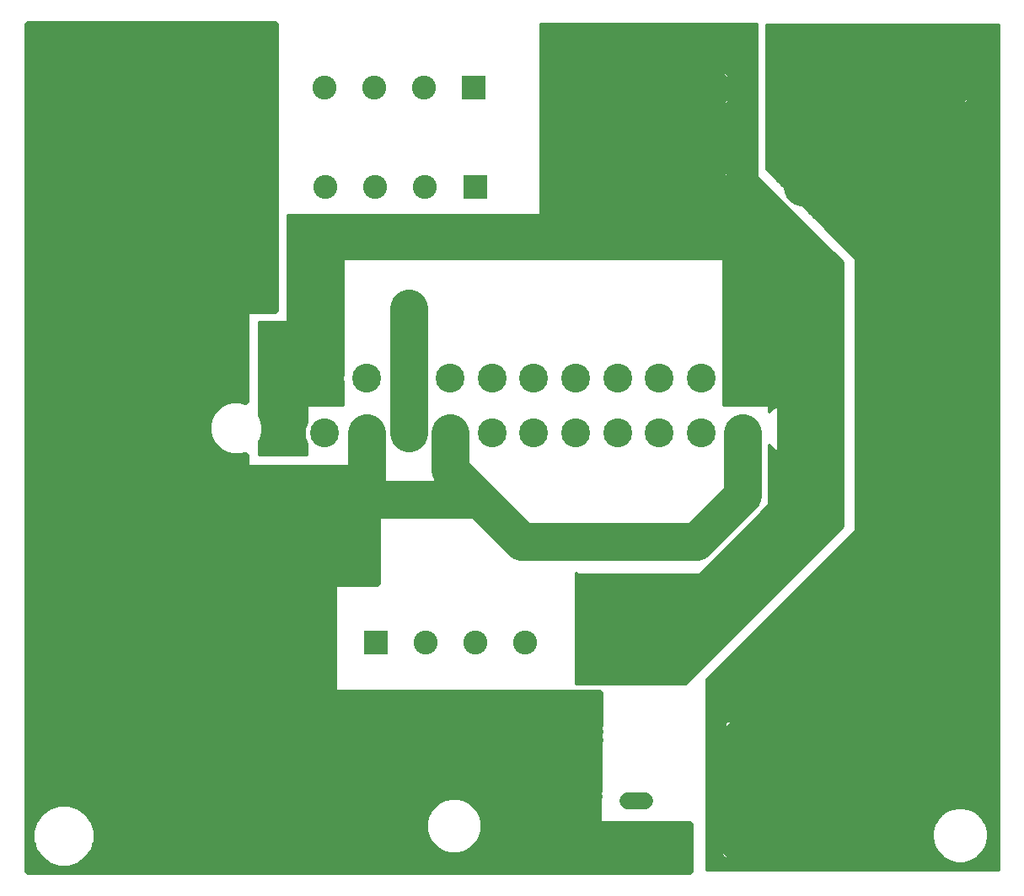
<source format=gbl>
G75*
G70*
%OFA0B0*%
%FSLAX24Y24*%
%IPPOS*%
%LPD*%
%AMOC8*
5,1,8,0,0,1.08239X$1,22.5*
%
%ADD10C,0.1142*%
%ADD11R,0.0950X0.0950*%
%ADD12C,0.0950*%
%ADD13R,0.0800X0.0800*%
%ADD14C,0.0800*%
%ADD15C,0.0660*%
%ADD16C,0.0945*%
%ADD17C,0.0160*%
%ADD18C,0.1500*%
%ADD19C,0.0320*%
%ADD20C,0.0100*%
D10*
X010726Y018209D03*
X012380Y018209D03*
X014033Y018209D03*
X015687Y018209D03*
X017340Y018209D03*
X018994Y018209D03*
X020647Y018209D03*
X022301Y018209D03*
X023954Y018209D03*
X025608Y018209D03*
X027261Y018209D03*
X028915Y018209D03*
X028915Y020374D03*
X027261Y020374D03*
X025608Y020374D03*
X023954Y020374D03*
X022301Y020374D03*
X020647Y020374D03*
X018994Y020374D03*
X017340Y020374D03*
X015687Y020374D03*
X014033Y020374D03*
X012380Y020374D03*
X010726Y020374D03*
D11*
X008049Y027957D03*
X008033Y031850D03*
X018269Y031882D03*
X018320Y027929D03*
X027691Y027913D03*
X027718Y031850D03*
X037183Y031894D03*
X037218Y027961D03*
X028809Y006205D03*
X028702Y002016D03*
X014411Y009921D03*
X004765Y006528D03*
X004793Y002000D03*
D12*
X006761Y002000D03*
X008730Y002000D03*
X010698Y002000D03*
X010671Y006528D03*
X008702Y006528D03*
X006734Y006528D03*
X016380Y009921D03*
X018348Y009921D03*
X020317Y009921D03*
X030777Y006205D03*
X032746Y006205D03*
X034714Y006205D03*
X034608Y002016D03*
X032639Y002016D03*
X030671Y002016D03*
X031313Y027961D03*
X033281Y027961D03*
X035250Y027961D03*
X035214Y031894D03*
X033246Y031894D03*
X031277Y031894D03*
X025750Y031850D03*
X023781Y031850D03*
X021813Y031850D03*
X021785Y027913D03*
X023754Y027913D03*
X025722Y027913D03*
X016352Y027929D03*
X014383Y027929D03*
X012415Y027929D03*
X012364Y031882D03*
X014332Y031882D03*
X016301Y031882D03*
X006065Y031850D03*
X004096Y031850D03*
X002128Y031850D03*
X002143Y027957D03*
X004112Y027957D03*
X006080Y027957D03*
D13*
X023950Y009831D03*
D14*
X025919Y009831D03*
D15*
X025036Y003650D02*
X024376Y003650D01*
X024376Y001650D02*
X025036Y001650D01*
D16*
X036128Y012618D03*
X036128Y016368D03*
X036128Y020368D03*
X036078Y023868D03*
X015691Y023157D03*
X003400Y023242D03*
X003450Y019742D03*
X003450Y015742D03*
X003450Y011992D03*
D17*
X027502Y008433D02*
X027502Y000953D01*
X038990Y000953D01*
X038990Y034339D01*
X029864Y034339D01*
X029864Y028669D01*
X030664Y027869D01*
X030658Y027913D01*
X031265Y027913D01*
X031361Y027913D01*
X031361Y028009D01*
X031967Y028009D01*
X031956Y028089D01*
X031934Y028172D01*
X031901Y028251D01*
X031858Y028325D01*
X031806Y028393D01*
X031745Y028454D01*
X031677Y028506D01*
X031603Y028549D01*
X031524Y028582D01*
X031441Y028604D01*
X031361Y028615D01*
X031361Y028009D01*
X031265Y028009D01*
X031265Y028615D01*
X031185Y028604D01*
X031102Y028582D01*
X031022Y028549D01*
X030948Y028506D01*
X030880Y028454D01*
X030819Y028393D01*
X030767Y028325D01*
X030724Y028251D01*
X030691Y028172D01*
X030669Y028089D01*
X030658Y028009D01*
X031265Y028009D01*
X031265Y027913D01*
X031265Y027306D01*
X031221Y027312D01*
X033407Y025126D01*
X033407Y014339D01*
X027502Y008433D01*
X027502Y008406D02*
X038990Y008406D01*
X038990Y008248D02*
X027502Y008248D01*
X027502Y008089D02*
X038990Y008089D01*
X038990Y007931D02*
X027502Y007931D01*
X027502Y007772D02*
X038990Y007772D01*
X038990Y007614D02*
X027502Y007614D01*
X027502Y007455D02*
X038990Y007455D01*
X038990Y007297D02*
X027502Y007297D01*
X027502Y007138D02*
X038990Y007138D01*
X038990Y006980D02*
X027502Y006980D01*
X027502Y006821D02*
X028221Y006821D01*
X028223Y006824D02*
X028190Y006790D01*
X028166Y006749D01*
X028154Y006703D01*
X028154Y006253D01*
X028761Y006253D01*
X028761Y006860D01*
X028310Y006860D01*
X028264Y006847D01*
X028223Y006824D01*
X028154Y006663D02*
X027502Y006663D01*
X027502Y006504D02*
X028154Y006504D01*
X028154Y006346D02*
X027502Y006346D01*
X027502Y006187D02*
X028761Y006187D01*
X028761Y006157D02*
X028154Y006157D01*
X028154Y005706D01*
X028166Y005660D01*
X028190Y005619D01*
X028223Y005586D01*
X028264Y005562D01*
X028310Y005550D01*
X028761Y005550D01*
X028761Y006157D01*
X028857Y006157D01*
X028857Y006253D01*
X029464Y006253D01*
X029464Y006703D01*
X029451Y006749D01*
X029428Y006790D01*
X029394Y006824D01*
X029353Y006847D01*
X029307Y006860D01*
X028857Y006860D01*
X028857Y006253D01*
X028761Y006253D01*
X028761Y006157D01*
X028857Y006157D02*
X028857Y005550D01*
X029307Y005550D01*
X029353Y005562D01*
X029394Y005586D01*
X029428Y005619D01*
X029451Y005660D01*
X029464Y005706D01*
X029464Y006157D01*
X028857Y006157D01*
X028857Y006187D02*
X030729Y006187D01*
X030729Y006157D02*
X030123Y006157D01*
X030133Y006077D01*
X030156Y005994D01*
X030188Y005914D01*
X030231Y005840D01*
X030284Y005772D01*
X030344Y005711D01*
X030412Y005659D01*
X030487Y005616D01*
X030566Y005583D01*
X030649Y005561D01*
X030729Y005550D01*
X030729Y006157D01*
X030729Y006253D01*
X030729Y006859D01*
X030649Y006849D01*
X030566Y006826D01*
X030487Y006793D01*
X030412Y006751D01*
X030344Y006698D01*
X030284Y006638D01*
X030231Y006569D01*
X030188Y006495D01*
X030156Y006416D01*
X030133Y006333D01*
X030123Y006253D01*
X030729Y006253D01*
X030825Y006253D01*
X030825Y006859D01*
X030905Y006849D01*
X030988Y006826D01*
X031067Y006793D01*
X031142Y006751D01*
X031210Y006698D01*
X031271Y006638D01*
X031323Y006569D01*
X031366Y006495D01*
X031399Y006416D01*
X031421Y006333D01*
X031432Y006253D01*
X030825Y006253D01*
X030825Y006157D01*
X031432Y006157D01*
X031421Y006077D01*
X031399Y005994D01*
X031366Y005914D01*
X031323Y005840D01*
X031271Y005772D01*
X031210Y005711D01*
X031142Y005659D01*
X031067Y005616D01*
X030988Y005583D01*
X030905Y005561D01*
X030825Y005550D01*
X030825Y006157D01*
X030729Y006157D01*
X030825Y006187D02*
X032698Y006187D01*
X032698Y006157D02*
X032091Y006157D01*
X032102Y006077D01*
X032124Y005994D01*
X032157Y005914D01*
X032200Y005840D01*
X032252Y005772D01*
X032313Y005711D01*
X032381Y005659D01*
X032455Y005616D01*
X032535Y005583D01*
X032618Y005561D01*
X032698Y005550D01*
X032698Y006157D01*
X032794Y006157D01*
X032794Y006253D01*
X033400Y006253D01*
X033389Y006333D01*
X033367Y006416D01*
X033334Y006495D01*
X033291Y006569D01*
X033239Y006638D01*
X033178Y006698D01*
X033110Y006751D01*
X033036Y006793D01*
X032957Y006826D01*
X032874Y006849D01*
X032794Y006859D01*
X032794Y006253D01*
X032698Y006253D01*
X032698Y006859D01*
X032618Y006849D01*
X032535Y006826D01*
X032455Y006793D01*
X032381Y006751D01*
X032313Y006698D01*
X032252Y006638D01*
X032200Y006569D01*
X032157Y006495D01*
X032124Y006416D01*
X032102Y006333D01*
X032091Y006253D01*
X032698Y006253D01*
X032698Y006157D01*
X032794Y006157D02*
X032794Y005550D01*
X032874Y005561D01*
X032957Y005583D01*
X033036Y005616D01*
X033110Y005659D01*
X033178Y005711D01*
X033239Y005772D01*
X033291Y005840D01*
X033334Y005914D01*
X033367Y005994D01*
X033389Y006077D01*
X033400Y006157D01*
X032794Y006157D01*
X032794Y006187D02*
X034666Y006187D01*
X034666Y006157D02*
X034060Y006157D01*
X034070Y006077D01*
X034093Y005994D01*
X034125Y005914D01*
X034168Y005840D01*
X034221Y005772D01*
X034281Y005711D01*
X034349Y005659D01*
X034424Y005616D01*
X034503Y005583D01*
X034586Y005561D01*
X034666Y005550D01*
X034666Y006157D01*
X034666Y006253D01*
X034666Y006859D01*
X034586Y006849D01*
X034503Y006826D01*
X034424Y006793D01*
X034349Y006751D01*
X034281Y006698D01*
X034221Y006638D01*
X034168Y006569D01*
X034125Y006495D01*
X034093Y006416D01*
X034070Y006333D01*
X034060Y006253D01*
X034666Y006253D01*
X034762Y006253D01*
X034762Y006859D01*
X034842Y006849D01*
X034925Y006826D01*
X035004Y006793D01*
X035079Y006751D01*
X035147Y006698D01*
X035208Y006638D01*
X035260Y006569D01*
X035303Y006495D01*
X035336Y006416D01*
X035358Y006333D01*
X035369Y006253D01*
X034762Y006253D01*
X034762Y006157D01*
X035369Y006157D01*
X035358Y006077D01*
X035336Y005994D01*
X035303Y005914D01*
X035260Y005840D01*
X035208Y005772D01*
X035147Y005711D01*
X035079Y005659D01*
X035004Y005616D01*
X034925Y005583D01*
X034842Y005561D01*
X034762Y005550D01*
X034762Y006157D01*
X034666Y006157D01*
X034762Y006187D02*
X038990Y006187D01*
X038990Y006029D02*
X035345Y006029D01*
X035277Y005870D02*
X038990Y005870D01*
X038990Y005712D02*
X035148Y005712D01*
X034762Y005712D02*
X034666Y005712D01*
X034666Y005870D02*
X034762Y005870D01*
X034762Y006029D02*
X034666Y006029D01*
X034666Y006346D02*
X034762Y006346D01*
X034762Y006504D02*
X034666Y006504D01*
X034666Y006663D02*
X034762Y006663D01*
X034762Y006821D02*
X034666Y006821D01*
X034491Y006821D02*
X032969Y006821D01*
X032794Y006821D02*
X032698Y006821D01*
X032698Y006663D02*
X032794Y006663D01*
X032794Y006504D02*
X032698Y006504D01*
X032698Y006346D02*
X032794Y006346D01*
X032794Y006029D02*
X032698Y006029D01*
X032698Y005870D02*
X032794Y005870D01*
X032794Y005712D02*
X032698Y005712D01*
X032698Y005553D02*
X032794Y005553D01*
X032816Y005553D02*
X034644Y005553D01*
X034666Y005553D02*
X034762Y005553D01*
X034785Y005553D02*
X038990Y005553D01*
X038990Y005395D02*
X027502Y005395D01*
X027502Y005553D02*
X028296Y005553D01*
X028154Y005712D02*
X027502Y005712D01*
X027502Y005870D02*
X028154Y005870D01*
X028154Y006029D02*
X027502Y006029D01*
X027502Y005236D02*
X038990Y005236D01*
X038990Y005078D02*
X027502Y005078D01*
X027502Y004919D02*
X038990Y004919D01*
X038990Y004761D02*
X027502Y004761D01*
X027502Y004602D02*
X038990Y004602D01*
X038990Y004444D02*
X027502Y004444D01*
X027502Y004285D02*
X038990Y004285D01*
X038990Y004127D02*
X027502Y004127D01*
X027502Y003968D02*
X038990Y003968D01*
X038990Y003810D02*
X027502Y003810D01*
X027502Y003651D02*
X038990Y003651D01*
X038990Y003493D02*
X027502Y003493D01*
X027502Y003334D02*
X037048Y003334D01*
X037065Y003344D02*
X036808Y003196D01*
X036597Y002985D01*
X036449Y002728D01*
X036372Y002440D01*
X036372Y002143D01*
X036449Y001855D01*
X036597Y001598D01*
X036808Y001387D01*
X037065Y001238D01*
X037353Y001161D01*
X037650Y001161D01*
X037938Y001238D01*
X038195Y001387D01*
X038406Y001598D01*
X038555Y001855D01*
X038632Y002143D01*
X038632Y002440D01*
X038555Y002728D01*
X038406Y002985D01*
X038195Y003196D01*
X037938Y003344D01*
X037650Y003421D01*
X037353Y003421D01*
X037065Y003344D01*
X036788Y003176D02*
X027502Y003176D01*
X027502Y003017D02*
X036630Y003017D01*
X036524Y002859D02*
X027502Y002859D01*
X027502Y002700D02*
X036441Y002700D01*
X036399Y002542D02*
X034998Y002542D01*
X034973Y002562D02*
X034898Y002604D01*
X034819Y002637D01*
X034736Y002660D01*
X034656Y002670D01*
X034656Y002064D01*
X034560Y002064D01*
X034560Y002670D01*
X034480Y002660D01*
X034397Y002637D01*
X034318Y002604D01*
X034243Y002562D01*
X034175Y002509D01*
X034114Y002449D01*
X034062Y002380D01*
X034019Y002306D01*
X033986Y002227D01*
X033964Y002144D01*
X033954Y002064D01*
X034560Y002064D01*
X034560Y001968D01*
X033954Y001968D01*
X033964Y001888D01*
X033986Y001805D01*
X034019Y001725D01*
X034062Y001651D01*
X034114Y001583D01*
X034175Y001522D01*
X034243Y001470D01*
X034318Y001427D01*
X034397Y001394D01*
X034480Y001372D01*
X034560Y001361D01*
X034560Y001968D01*
X034656Y001968D01*
X034656Y002064D01*
X035262Y002064D01*
X035252Y002144D01*
X035229Y002227D01*
X035197Y002306D01*
X035154Y002380D01*
X035101Y002449D01*
X035041Y002509D01*
X034973Y002562D01*
X035151Y002383D02*
X036372Y002383D01*
X036372Y002225D02*
X035230Y002225D01*
X035262Y002066D02*
X036392Y002066D01*
X036434Y001908D02*
X035254Y001908D01*
X035252Y001888D02*
X035262Y001968D01*
X034656Y001968D01*
X034656Y001361D01*
X034736Y001372D01*
X034819Y001394D01*
X034898Y001427D01*
X034973Y001470D01*
X035041Y001522D01*
X035101Y001583D01*
X035154Y001651D01*
X035197Y001725D01*
X035229Y001805D01*
X035252Y001888D01*
X035206Y001749D02*
X036510Y001749D01*
X036604Y001591D02*
X035107Y001591D01*
X034907Y001432D02*
X036763Y001432D01*
X037004Y001274D02*
X027502Y001274D01*
X027502Y001432D02*
X028082Y001432D01*
X028083Y001430D02*
X028117Y001397D01*
X028158Y001373D01*
X028204Y001361D01*
X028654Y001361D01*
X028654Y001968D01*
X028047Y001968D01*
X028047Y001517D01*
X028060Y001471D01*
X028083Y001430D01*
X028047Y001591D02*
X027502Y001591D01*
X027502Y001749D02*
X028047Y001749D01*
X028047Y001908D02*
X027502Y001908D01*
X027502Y002066D02*
X028047Y002066D01*
X028047Y002064D02*
X028654Y002064D01*
X028654Y001968D01*
X028750Y001968D01*
X028750Y001361D01*
X029201Y001361D01*
X029247Y001373D01*
X029288Y001397D01*
X029321Y001430D01*
X029345Y001471D01*
X029357Y001517D01*
X029357Y001968D01*
X028750Y001968D01*
X028750Y002064D01*
X028654Y002064D01*
X028654Y002671D01*
X028204Y002671D01*
X028158Y002658D01*
X028117Y002635D01*
X028083Y002601D01*
X028060Y002560D01*
X028047Y002514D01*
X028047Y002064D01*
X028047Y002225D02*
X027502Y002225D01*
X027502Y002383D02*
X028047Y002383D01*
X028055Y002542D02*
X027502Y002542D01*
X028654Y002542D02*
X028750Y002542D01*
X028750Y002671D02*
X029201Y002671D01*
X029247Y002658D01*
X029288Y002635D01*
X029321Y002601D01*
X029345Y002560D01*
X029357Y002514D01*
X029357Y002064D01*
X028750Y002064D01*
X028750Y002671D01*
X028750Y002383D02*
X028654Y002383D01*
X028654Y002225D02*
X028750Y002225D01*
X028750Y002066D02*
X028654Y002066D01*
X028654Y001908D02*
X028750Y001908D01*
X028750Y001749D02*
X028654Y001749D01*
X028654Y001591D02*
X028750Y001591D01*
X028750Y001432D02*
X028654Y001432D01*
X029323Y001432D02*
X030371Y001432D01*
X030381Y001427D02*
X030460Y001394D01*
X030543Y001372D01*
X030623Y001361D01*
X030623Y001968D01*
X030017Y001968D01*
X030027Y001888D01*
X030049Y001805D01*
X030082Y001725D01*
X030125Y001651D01*
X030177Y001583D01*
X030238Y001522D01*
X030306Y001470D01*
X030381Y001427D01*
X030623Y001432D02*
X030719Y001432D01*
X030719Y001361D02*
X030799Y001372D01*
X030882Y001394D01*
X030961Y001427D01*
X031036Y001470D01*
X031104Y001522D01*
X031164Y001583D01*
X031217Y001651D01*
X031260Y001725D01*
X031292Y001805D01*
X031315Y001888D01*
X031325Y001968D01*
X030719Y001968D01*
X030719Y002064D01*
X030623Y002064D01*
X030623Y002670D01*
X030543Y002660D01*
X030460Y002637D01*
X030381Y002604D01*
X030306Y002562D01*
X030238Y002509D01*
X030177Y002449D01*
X030125Y002380D01*
X030082Y002306D01*
X030049Y002227D01*
X030027Y002144D01*
X030017Y002064D01*
X030623Y002064D01*
X030623Y001968D01*
X030719Y001968D01*
X030719Y001361D01*
X030719Y001591D02*
X030623Y001591D01*
X030623Y001749D02*
X030719Y001749D01*
X030719Y001908D02*
X030623Y001908D01*
X030623Y002066D02*
X030719Y002066D01*
X030719Y002064D02*
X030719Y002670D01*
X030799Y002660D01*
X030882Y002637D01*
X030961Y002604D01*
X031036Y002562D01*
X031104Y002509D01*
X031164Y002449D01*
X031217Y002380D01*
X031260Y002306D01*
X031292Y002227D01*
X031315Y002144D01*
X031325Y002064D01*
X030719Y002064D01*
X030719Y002225D02*
X030623Y002225D01*
X030623Y002383D02*
X030719Y002383D01*
X030719Y002542D02*
X030623Y002542D01*
X030281Y002542D02*
X029350Y002542D01*
X029357Y002383D02*
X030127Y002383D01*
X030049Y002225D02*
X029357Y002225D01*
X029357Y002066D02*
X030017Y002066D01*
X030024Y001908D02*
X029357Y001908D01*
X029357Y001749D02*
X030072Y001749D01*
X030171Y001591D02*
X029357Y001591D01*
X030970Y001432D02*
X032340Y001432D01*
X032349Y001427D02*
X032428Y001394D01*
X032511Y001372D01*
X032591Y001361D01*
X032591Y001968D01*
X031985Y001968D01*
X031996Y001888D01*
X032018Y001805D01*
X032051Y001725D01*
X032094Y001651D01*
X032146Y001583D01*
X032207Y001522D01*
X032275Y001470D01*
X032349Y001427D01*
X032591Y001432D02*
X032687Y001432D01*
X032687Y001361D02*
X032767Y001372D01*
X032850Y001394D01*
X032930Y001427D01*
X033004Y001470D01*
X033072Y001522D01*
X033133Y001583D01*
X033185Y001651D01*
X033228Y001725D01*
X033261Y001805D01*
X033283Y001888D01*
X033294Y001968D01*
X032687Y001968D01*
X032687Y001361D01*
X032687Y001591D02*
X032591Y001591D01*
X032591Y001749D02*
X032687Y001749D01*
X032687Y001908D02*
X032591Y001908D01*
X032591Y001968D02*
X032687Y001968D01*
X032687Y002064D01*
X032591Y002064D01*
X032591Y001968D01*
X032591Y002064D02*
X031985Y002064D01*
X031996Y002144D01*
X032018Y002227D01*
X032051Y002306D01*
X032094Y002380D01*
X032146Y002449D01*
X032207Y002509D01*
X032275Y002562D01*
X032349Y002604D01*
X032428Y002637D01*
X032511Y002660D01*
X032591Y002670D01*
X032591Y002064D01*
X032591Y002066D02*
X032687Y002066D01*
X032687Y002064D02*
X032687Y002670D01*
X032767Y002660D01*
X032850Y002637D01*
X032930Y002604D01*
X033004Y002562D01*
X033072Y002509D01*
X033133Y002449D01*
X033185Y002380D01*
X033228Y002306D01*
X033261Y002227D01*
X033283Y002144D01*
X033294Y002064D01*
X032687Y002064D01*
X032687Y002225D02*
X032591Y002225D01*
X032591Y002383D02*
X032687Y002383D01*
X032687Y002542D02*
X032591Y002542D01*
X032249Y002542D02*
X031061Y002542D01*
X031214Y002383D02*
X032096Y002383D01*
X032017Y002225D02*
X031293Y002225D01*
X031325Y002066D02*
X031985Y002066D01*
X031993Y001908D02*
X031317Y001908D01*
X031269Y001749D02*
X032041Y001749D01*
X032140Y001591D02*
X031170Y001591D01*
X032939Y001432D02*
X034308Y001432D01*
X034560Y001432D02*
X034656Y001432D01*
X034656Y001591D02*
X034560Y001591D01*
X034560Y001749D02*
X034656Y001749D01*
X034656Y001908D02*
X034560Y001908D01*
X034560Y002066D02*
X034656Y002066D01*
X034656Y002225D02*
X034560Y002225D01*
X034560Y002383D02*
X034656Y002383D01*
X034656Y002542D02*
X034560Y002542D01*
X034218Y002542D02*
X033030Y002542D01*
X033183Y002383D02*
X034064Y002383D01*
X033986Y002225D02*
X033261Y002225D01*
X033293Y002066D02*
X033954Y002066D01*
X033961Y001908D02*
X033286Y001908D01*
X033238Y001749D02*
X034009Y001749D01*
X034108Y001591D02*
X033139Y001591D01*
X032675Y005553D02*
X030848Y005553D01*
X030825Y005553D02*
X030729Y005553D01*
X030707Y005553D02*
X029321Y005553D01*
X029464Y005712D02*
X030344Y005712D01*
X030214Y005870D02*
X029464Y005870D01*
X029464Y006029D02*
X030146Y006029D01*
X030137Y006346D02*
X029464Y006346D01*
X029464Y006504D02*
X030194Y006504D01*
X030309Y006663D02*
X029464Y006663D01*
X029397Y006821D02*
X030554Y006821D01*
X030729Y006821D02*
X030825Y006821D01*
X030825Y006663D02*
X030729Y006663D01*
X030729Y006504D02*
X030825Y006504D01*
X030825Y006346D02*
X030729Y006346D01*
X030729Y006029D02*
X030825Y006029D01*
X030825Y005870D02*
X030729Y005870D01*
X030729Y005712D02*
X030825Y005712D01*
X031211Y005712D02*
X032312Y005712D01*
X032182Y005870D02*
X031340Y005870D01*
X031408Y006029D02*
X032115Y006029D01*
X032105Y006346D02*
X031417Y006346D01*
X031361Y006504D02*
X032162Y006504D01*
X032277Y006663D02*
X031245Y006663D01*
X031000Y006821D02*
X032523Y006821D01*
X033214Y006663D02*
X034246Y006663D01*
X034131Y006504D02*
X033329Y006504D01*
X033386Y006346D02*
X034074Y006346D01*
X034083Y006029D02*
X033377Y006029D01*
X033309Y005870D02*
X034151Y005870D01*
X034281Y005712D02*
X033179Y005712D01*
X034937Y006821D02*
X038990Y006821D01*
X038990Y006663D02*
X035182Y006663D01*
X035298Y006504D02*
X038990Y006504D01*
X038990Y006346D02*
X035354Y006346D01*
X037955Y003334D02*
X038990Y003334D01*
X038990Y003176D02*
X038215Y003176D01*
X038374Y003017D02*
X038990Y003017D01*
X038990Y002859D02*
X038479Y002859D01*
X038562Y002700D02*
X038990Y002700D01*
X038990Y002542D02*
X038604Y002542D01*
X038632Y002383D02*
X038990Y002383D01*
X038990Y002225D02*
X038632Y002225D01*
X038611Y002066D02*
X038990Y002066D01*
X038990Y001908D02*
X038569Y001908D01*
X038493Y001749D02*
X038990Y001749D01*
X038990Y001591D02*
X038399Y001591D01*
X038241Y001432D02*
X038990Y001432D01*
X038990Y001274D02*
X037999Y001274D01*
X038990Y001115D02*
X027502Y001115D01*
X027502Y000957D02*
X038990Y000957D01*
X038990Y008565D02*
X027633Y008565D01*
X027792Y008723D02*
X038990Y008723D01*
X038990Y008882D02*
X027950Y008882D01*
X028109Y009040D02*
X038990Y009040D01*
X038990Y009199D02*
X028267Y009199D01*
X028426Y009357D02*
X038990Y009357D01*
X038990Y009516D02*
X028584Y009516D01*
X028743Y009674D02*
X038990Y009674D01*
X038990Y009833D02*
X028901Y009833D01*
X029060Y009991D02*
X038990Y009991D01*
X038990Y010150D02*
X029218Y010150D01*
X029377Y010308D02*
X038990Y010308D01*
X038990Y010467D02*
X029535Y010467D01*
X029694Y010625D02*
X038990Y010625D01*
X038990Y010784D02*
X029852Y010784D01*
X030011Y010942D02*
X038990Y010942D01*
X038990Y011101D02*
X030169Y011101D01*
X030328Y011259D02*
X038990Y011259D01*
X038990Y011418D02*
X030486Y011418D01*
X030645Y011576D02*
X038990Y011576D01*
X038990Y011735D02*
X030803Y011735D01*
X030962Y011893D02*
X038990Y011893D01*
X038990Y012052D02*
X036452Y012052D01*
X036417Y012032D02*
X036491Y012074D01*
X036559Y012127D01*
X036619Y012187D01*
X036671Y012255D01*
X036714Y012329D01*
X036747Y012408D01*
X036769Y012491D01*
X036775Y012541D01*
X036205Y012541D01*
X036205Y012696D01*
X036050Y012696D01*
X036050Y013266D01*
X036000Y013259D01*
X035917Y013237D01*
X035838Y013205D01*
X035764Y013162D01*
X035696Y013110D01*
X035636Y013049D01*
X035584Y012981D01*
X035541Y012907D01*
X035508Y012828D01*
X035486Y012746D01*
X035480Y012696D01*
X036050Y012696D01*
X036050Y012541D01*
X035480Y012541D01*
X035486Y012491D01*
X035508Y012408D01*
X035541Y012329D01*
X035584Y012255D01*
X035636Y012187D01*
X035696Y012127D01*
X035764Y012074D01*
X035838Y012032D01*
X035917Y011999D01*
X036000Y011977D01*
X036050Y011970D01*
X036050Y012541D01*
X036205Y012541D01*
X036205Y011970D01*
X036255Y011977D01*
X036338Y011999D01*
X036417Y012032D01*
X036205Y012052D02*
X036050Y012052D01*
X036050Y012210D02*
X036205Y012210D01*
X036205Y012369D02*
X036050Y012369D01*
X036050Y012527D02*
X036205Y012527D01*
X036205Y012686D02*
X038990Y012686D01*
X038990Y012844D02*
X036740Y012844D01*
X036747Y012828D02*
X036714Y012907D01*
X036671Y012981D01*
X036619Y013049D01*
X036559Y013110D01*
X036491Y013162D01*
X036417Y013205D01*
X036338Y013237D01*
X036255Y013259D01*
X036205Y013266D01*
X036205Y012696D01*
X036775Y012696D01*
X036769Y012746D01*
X036747Y012828D01*
X036655Y013003D02*
X038990Y013003D01*
X038990Y013161D02*
X036491Y013161D01*
X036205Y013161D02*
X036050Y013161D01*
X036050Y013003D02*
X036205Y013003D01*
X036205Y012844D02*
X036050Y012844D01*
X036050Y012686D02*
X031754Y012686D01*
X031596Y012527D02*
X035481Y012527D01*
X035525Y012369D02*
X031437Y012369D01*
X031279Y012210D02*
X035618Y012210D01*
X035803Y012052D02*
X031120Y012052D01*
X031913Y012844D02*
X035515Y012844D01*
X035600Y013003D02*
X032071Y013003D01*
X032230Y013161D02*
X035764Y013161D01*
X036774Y012527D02*
X038990Y012527D01*
X038990Y012369D02*
X036731Y012369D01*
X036637Y012210D02*
X038990Y012210D01*
X038990Y013320D02*
X032388Y013320D01*
X032547Y013478D02*
X038990Y013478D01*
X038990Y013637D02*
X032705Y013637D01*
X032864Y013795D02*
X038990Y013795D01*
X038990Y013954D02*
X033022Y013954D01*
X033181Y014112D02*
X038990Y014112D01*
X038990Y014271D02*
X033339Y014271D01*
X033407Y014429D02*
X038990Y014429D01*
X038990Y014588D02*
X033407Y014588D01*
X033407Y014746D02*
X038990Y014746D01*
X038990Y014905D02*
X033407Y014905D01*
X033407Y015063D02*
X038990Y015063D01*
X038990Y015222D02*
X033407Y015222D01*
X033407Y015380D02*
X038990Y015380D01*
X038990Y015539D02*
X033407Y015539D01*
X033407Y015697D02*
X038990Y015697D01*
X038990Y015856D02*
X036532Y015856D01*
X036559Y015877D02*
X036619Y015937D01*
X036671Y016005D01*
X036714Y016079D01*
X036747Y016158D01*
X036769Y016241D01*
X036775Y016291D01*
X036205Y016291D01*
X036205Y016446D01*
X036050Y016446D01*
X036050Y017016D01*
X036000Y017009D01*
X035917Y016987D01*
X035838Y016955D01*
X035764Y016912D01*
X035696Y016860D01*
X035636Y016799D01*
X035584Y016731D01*
X035541Y016657D01*
X035508Y016578D01*
X035486Y016496D01*
X035480Y016446D01*
X036050Y016446D01*
X036050Y016291D01*
X035480Y016291D01*
X035486Y016241D01*
X035508Y016158D01*
X035541Y016079D01*
X035584Y016005D01*
X035636Y015937D01*
X035696Y015877D01*
X035764Y015824D01*
X035838Y015782D01*
X035917Y015749D01*
X036000Y015727D01*
X036050Y015720D01*
X036050Y016291D01*
X036205Y016291D01*
X036205Y015720D01*
X036255Y015727D01*
X036338Y015749D01*
X036417Y015782D01*
X036491Y015824D01*
X036559Y015877D01*
X036677Y016014D02*
X038990Y016014D01*
X038990Y016173D02*
X036751Y016173D01*
X036775Y016446D02*
X036205Y016446D01*
X036205Y017016D01*
X036255Y017009D01*
X036338Y016987D01*
X036417Y016955D01*
X036491Y016912D01*
X036559Y016860D01*
X036619Y016799D01*
X036671Y016731D01*
X036714Y016657D01*
X036747Y016578D01*
X036769Y016496D01*
X036775Y016446D01*
X036770Y016490D02*
X038990Y016490D01*
X038990Y016648D02*
X036718Y016648D01*
X036611Y016807D02*
X038990Y016807D01*
X038990Y016965D02*
X036391Y016965D01*
X036205Y016965D02*
X036050Y016965D01*
X036050Y016807D02*
X036205Y016807D01*
X036205Y016648D02*
X036050Y016648D01*
X036050Y016490D02*
X036205Y016490D01*
X036205Y016331D02*
X038990Y016331D01*
X038990Y017124D02*
X033407Y017124D01*
X033407Y017282D02*
X038990Y017282D01*
X038990Y017441D02*
X033407Y017441D01*
X033407Y017599D02*
X038990Y017599D01*
X038990Y017758D02*
X033407Y017758D01*
X033407Y017916D02*
X038990Y017916D01*
X038990Y018075D02*
X033407Y018075D01*
X033407Y018233D02*
X038990Y018233D01*
X038990Y018392D02*
X033407Y018392D01*
X033407Y018550D02*
X038990Y018550D01*
X038990Y018709D02*
X033407Y018709D01*
X033407Y018867D02*
X038990Y018867D01*
X038990Y019026D02*
X033407Y019026D01*
X033407Y019184D02*
X038990Y019184D01*
X038990Y019343D02*
X033407Y019343D01*
X033407Y019501D02*
X038990Y019501D01*
X038990Y019660D02*
X033407Y019660D01*
X033407Y019818D02*
X035775Y019818D01*
X035764Y019824D02*
X035838Y019782D01*
X035917Y019749D01*
X036000Y019727D01*
X036050Y019720D01*
X036050Y020291D01*
X035480Y020291D01*
X035486Y020241D01*
X035508Y020158D01*
X035541Y020079D01*
X035584Y020005D01*
X035636Y019937D01*
X035696Y019877D01*
X035764Y019824D01*
X035605Y019977D02*
X033407Y019977D01*
X033407Y020135D02*
X035518Y020135D01*
X035480Y020446D02*
X036050Y020446D01*
X036050Y021016D01*
X036000Y021009D01*
X035917Y020987D01*
X035838Y020955D01*
X035764Y020912D01*
X035696Y020860D01*
X035636Y020799D01*
X035584Y020731D01*
X035541Y020657D01*
X035508Y020578D01*
X035486Y020496D01*
X035480Y020446D01*
X035481Y020452D02*
X033407Y020452D01*
X033407Y020294D02*
X036050Y020294D01*
X036050Y020291D02*
X036050Y020446D01*
X036205Y020446D01*
X036205Y021016D01*
X036255Y021009D01*
X036338Y020987D01*
X036417Y020955D01*
X036491Y020912D01*
X036559Y020860D01*
X036619Y020799D01*
X036671Y020731D01*
X036714Y020657D01*
X036747Y020578D01*
X036769Y020496D01*
X036775Y020446D01*
X036205Y020446D01*
X036205Y020291D01*
X036775Y020291D01*
X036769Y020241D01*
X036747Y020158D01*
X036714Y020079D01*
X036671Y020005D01*
X036619Y019937D01*
X036559Y019877D01*
X036491Y019824D01*
X036417Y019782D01*
X036338Y019749D01*
X036255Y019727D01*
X036205Y019720D01*
X036205Y020291D01*
X036050Y020291D01*
X036205Y020294D02*
X038990Y020294D01*
X038990Y020452D02*
X036775Y020452D01*
X036733Y020611D02*
X038990Y020611D01*
X038990Y020769D02*
X036642Y020769D01*
X036463Y020928D02*
X038990Y020928D01*
X038990Y021086D02*
X033407Y021086D01*
X033407Y020928D02*
X035792Y020928D01*
X035613Y020769D02*
X033407Y020769D01*
X033407Y020611D02*
X035522Y020611D01*
X036050Y020611D02*
X036205Y020611D01*
X036205Y020769D02*
X036050Y020769D01*
X036050Y020928D02*
X036205Y020928D01*
X036205Y020452D02*
X036050Y020452D01*
X036050Y020135D02*
X036205Y020135D01*
X036205Y019977D02*
X036050Y019977D01*
X036050Y019818D02*
X036205Y019818D01*
X036480Y019818D02*
X038990Y019818D01*
X038990Y019977D02*
X036650Y019977D01*
X036737Y020135D02*
X038990Y020135D01*
X038990Y021245D02*
X033407Y021245D01*
X033407Y021403D02*
X038990Y021403D01*
X038990Y021562D02*
X033407Y021562D01*
X033407Y021720D02*
X038990Y021720D01*
X038990Y021879D02*
X033407Y021879D01*
X033407Y022037D02*
X038990Y022037D01*
X038990Y022196D02*
X033407Y022196D01*
X033407Y022354D02*
X038990Y022354D01*
X038990Y022513D02*
X033407Y022513D01*
X033407Y022671D02*
X038990Y022671D01*
X038990Y022830D02*
X033407Y022830D01*
X033407Y022988D02*
X038990Y022988D01*
X038990Y023147D02*
X033407Y023147D01*
X033407Y023305D02*
X035747Y023305D01*
X035714Y023324D02*
X035788Y023282D01*
X035867Y023249D01*
X035950Y023227D01*
X036000Y023220D01*
X036000Y023791D01*
X035430Y023791D01*
X035436Y023741D01*
X035458Y023658D01*
X035491Y023579D01*
X035534Y023505D01*
X035586Y023437D01*
X035646Y023377D01*
X035714Y023324D01*
X035565Y023464D02*
X033407Y023464D01*
X033407Y023622D02*
X035473Y023622D01*
X035431Y023781D02*
X033407Y023781D01*
X033407Y023939D02*
X036000Y023939D01*
X036000Y023946D02*
X036000Y023791D01*
X036155Y023791D01*
X036155Y023946D01*
X036000Y023946D01*
X036000Y024516D01*
X035950Y024509D01*
X035867Y024487D01*
X035788Y024455D01*
X035714Y024412D01*
X035646Y024360D01*
X035586Y024299D01*
X035534Y024231D01*
X035491Y024157D01*
X035458Y024078D01*
X035436Y023996D01*
X035430Y023946D01*
X036000Y023946D01*
X036000Y024098D02*
X036155Y024098D01*
X036155Y023946D02*
X036155Y024516D01*
X036205Y024509D01*
X036288Y024487D01*
X036367Y024455D01*
X036441Y024412D01*
X036509Y024360D01*
X036569Y024299D01*
X036621Y024231D01*
X036664Y024157D01*
X036697Y024078D01*
X036719Y023996D01*
X036725Y023946D01*
X036155Y023946D01*
X036155Y023939D02*
X038990Y023939D01*
X038990Y023781D02*
X036724Y023781D01*
X036725Y023791D02*
X036155Y023791D01*
X036155Y023220D01*
X036205Y023227D01*
X036288Y023249D01*
X036367Y023282D01*
X036441Y023324D01*
X036509Y023377D01*
X036569Y023437D01*
X036621Y023505D01*
X036664Y023579D01*
X036697Y023658D01*
X036719Y023741D01*
X036725Y023791D01*
X036682Y023622D02*
X038990Y023622D01*
X038990Y023464D02*
X036590Y023464D01*
X036408Y023305D02*
X038990Y023305D01*
X038990Y024098D02*
X036689Y024098D01*
X036602Y024256D02*
X038990Y024256D01*
X038990Y024415D02*
X036435Y024415D01*
X036155Y024415D02*
X036000Y024415D01*
X036000Y024256D02*
X036155Y024256D01*
X035720Y024415D02*
X033407Y024415D01*
X033407Y024573D02*
X038990Y024573D01*
X038990Y024732D02*
X033407Y024732D01*
X033407Y024890D02*
X038990Y024890D01*
X038990Y025049D02*
X033407Y025049D01*
X033326Y025207D02*
X038990Y025207D01*
X038990Y025366D02*
X033167Y025366D01*
X033009Y025524D02*
X038990Y025524D01*
X038990Y025683D02*
X032850Y025683D01*
X032692Y025841D02*
X038990Y025841D01*
X038990Y026000D02*
X032533Y026000D01*
X032375Y026158D02*
X038990Y026158D01*
X038990Y026317D02*
X032216Y026317D01*
X032058Y026475D02*
X038990Y026475D01*
X038990Y026634D02*
X031899Y026634D01*
X031741Y026792D02*
X038990Y026792D01*
X038990Y026951D02*
X031582Y026951D01*
X031424Y027109D02*
X038990Y027109D01*
X038990Y027268D02*
X031265Y027268D01*
X031361Y027306D02*
X031441Y027317D01*
X031524Y027339D01*
X031603Y027372D01*
X031677Y027415D01*
X031745Y027467D01*
X031806Y027528D01*
X031858Y027596D01*
X031901Y027670D01*
X031934Y027750D01*
X031956Y027833D01*
X031967Y027913D01*
X031361Y027913D01*
X031361Y027306D01*
X031361Y027426D02*
X031265Y027426D01*
X031265Y027585D02*
X031361Y027585D01*
X031361Y027743D02*
X031265Y027743D01*
X031265Y027902D02*
X031361Y027902D01*
X031361Y028060D02*
X031265Y028060D01*
X031265Y028219D02*
X031361Y028219D01*
X031361Y028377D02*
X031265Y028377D01*
X031265Y028536D02*
X031361Y028536D01*
X031626Y028536D02*
X032967Y028536D01*
X032991Y028549D02*
X032916Y028506D01*
X032848Y028454D01*
X032788Y028393D01*
X032735Y028325D01*
X032692Y028251D01*
X032660Y028172D01*
X032637Y028089D01*
X032627Y028009D01*
X033233Y028009D01*
X033233Y028615D01*
X033153Y028604D01*
X033070Y028582D01*
X032991Y028549D01*
X033233Y028536D02*
X033329Y028536D01*
X033329Y028615D02*
X033409Y028604D01*
X033492Y028582D01*
X033571Y028549D01*
X033646Y028506D01*
X033714Y028454D01*
X033775Y028393D01*
X033827Y028325D01*
X033870Y028251D01*
X033903Y028172D01*
X033925Y028089D01*
X033935Y028009D01*
X033329Y028009D01*
X033233Y028009D01*
X033233Y027913D01*
X032627Y027913D01*
X032637Y027833D01*
X032660Y027750D01*
X032692Y027670D01*
X032735Y027596D01*
X032788Y027528D01*
X032848Y027467D01*
X032916Y027415D01*
X032991Y027372D01*
X033070Y027339D01*
X033153Y027317D01*
X033233Y027306D01*
X033233Y027913D01*
X033329Y027913D01*
X033329Y028009D01*
X033329Y028615D01*
X033329Y028377D02*
X033233Y028377D01*
X033233Y028219D02*
X033329Y028219D01*
X033329Y028060D02*
X033233Y028060D01*
X033233Y027902D02*
X033329Y027902D01*
X033329Y027913D02*
X033329Y027306D01*
X033409Y027317D01*
X033492Y027339D01*
X033571Y027372D01*
X033646Y027415D01*
X033714Y027467D01*
X033775Y027528D01*
X033827Y027596D01*
X033870Y027670D01*
X033903Y027750D01*
X033925Y027833D01*
X033935Y027913D01*
X033329Y027913D01*
X033329Y027743D02*
X033233Y027743D01*
X033233Y027585D02*
X033329Y027585D01*
X033329Y027426D02*
X033233Y027426D01*
X032901Y027426D02*
X031692Y027426D01*
X031850Y027585D02*
X032744Y027585D01*
X032662Y027743D02*
X031932Y027743D01*
X031966Y027902D02*
X032628Y027902D01*
X032634Y028060D02*
X031960Y028060D01*
X031915Y028219D02*
X032679Y028219D01*
X032775Y028377D02*
X031818Y028377D01*
X030999Y028536D02*
X029997Y028536D01*
X029864Y028694D02*
X038990Y028694D01*
X038990Y028536D02*
X037843Y028536D01*
X037837Y028546D02*
X037804Y028580D01*
X037763Y028603D01*
X037717Y028616D01*
X037266Y028616D01*
X037266Y028009D01*
X037170Y028009D01*
X037170Y028616D01*
X036719Y028616D01*
X036674Y028603D01*
X036633Y028580D01*
X036599Y028546D01*
X036575Y028505D01*
X036563Y028459D01*
X036563Y028009D01*
X037170Y028009D01*
X037170Y027913D01*
X036563Y027913D01*
X036563Y027462D01*
X036575Y027416D01*
X036599Y027375D01*
X036633Y027342D01*
X036674Y027318D01*
X036719Y027306D01*
X037170Y027306D01*
X037170Y027913D01*
X037266Y027913D01*
X037266Y028009D01*
X037873Y028009D01*
X037873Y028459D01*
X037861Y028505D01*
X037837Y028546D01*
X037873Y028377D02*
X038990Y028377D01*
X038990Y028219D02*
X037873Y028219D01*
X037873Y028060D02*
X038990Y028060D01*
X038990Y027902D02*
X037873Y027902D01*
X037873Y027913D02*
X037266Y027913D01*
X037266Y027306D01*
X037717Y027306D01*
X037763Y027318D01*
X037804Y027342D01*
X037837Y027375D01*
X037861Y027416D01*
X037873Y027462D01*
X037873Y027913D01*
X037873Y027743D02*
X038990Y027743D01*
X038990Y027585D02*
X037873Y027585D01*
X037864Y027426D02*
X038990Y027426D01*
X038990Y028853D02*
X029864Y028853D01*
X029864Y029011D02*
X038990Y029011D01*
X038990Y029170D02*
X029864Y029170D01*
X029864Y029328D02*
X038990Y029328D01*
X038990Y029487D02*
X029864Y029487D01*
X029864Y029645D02*
X038990Y029645D01*
X038990Y029804D02*
X029864Y029804D01*
X029864Y029962D02*
X038990Y029962D01*
X038990Y030121D02*
X029864Y030121D01*
X029864Y030279D02*
X038990Y030279D01*
X038990Y030438D02*
X029864Y030438D01*
X029864Y030596D02*
X038990Y030596D01*
X038990Y030755D02*
X029864Y030755D01*
X029864Y030913D02*
X038990Y030913D01*
X038990Y031072D02*
X029864Y031072D01*
X029864Y031230D02*
X038990Y031230D01*
X038990Y031389D02*
X037836Y031389D01*
X037838Y031395D02*
X037838Y031846D01*
X037231Y031846D01*
X037231Y031942D01*
X037135Y031942D01*
X037135Y032549D01*
X036684Y032549D01*
X036638Y032536D01*
X036597Y032513D01*
X036564Y032479D01*
X036540Y032438D01*
X036528Y032392D01*
X036528Y031942D01*
X037135Y031942D01*
X037135Y031846D01*
X037231Y031846D01*
X037231Y031239D01*
X037681Y031239D01*
X037727Y031251D01*
X037768Y031275D01*
X037802Y031308D01*
X037825Y031349D01*
X037838Y031395D01*
X037838Y031547D02*
X038990Y031547D01*
X038990Y031706D02*
X037838Y031706D01*
X037838Y031942D02*
X037838Y032392D01*
X037825Y032438D01*
X037802Y032479D01*
X037768Y032513D01*
X037727Y032536D01*
X037681Y032549D01*
X037231Y032549D01*
X037231Y031942D01*
X037838Y031942D01*
X037838Y032023D02*
X038990Y032023D01*
X038990Y032181D02*
X037838Y032181D01*
X037838Y032340D02*
X038990Y032340D01*
X038990Y032498D02*
X037783Y032498D01*
X037231Y032498D02*
X037135Y032498D01*
X037135Y032340D02*
X037231Y032340D01*
X037231Y032181D02*
X037135Y032181D01*
X037135Y032023D02*
X037231Y032023D01*
X037231Y031864D02*
X038990Y031864D01*
X038990Y032657D02*
X029864Y032657D01*
X029864Y032815D02*
X038990Y032815D01*
X038990Y032974D02*
X029864Y032974D01*
X029864Y033132D02*
X038990Y033132D01*
X038990Y033291D02*
X029864Y033291D01*
X029864Y033449D02*
X038990Y033449D01*
X038990Y033608D02*
X029864Y033608D01*
X029864Y033766D02*
X038990Y033766D01*
X038990Y033925D02*
X029864Y033925D01*
X029864Y034083D02*
X038990Y034083D01*
X038990Y034242D02*
X029864Y034242D01*
X029864Y032498D02*
X031025Y032498D01*
X030987Y032482D02*
X030912Y032439D01*
X030844Y032387D01*
X030784Y032326D01*
X030731Y032258D01*
X030688Y032184D01*
X030656Y032105D01*
X030633Y032022D01*
X030623Y031942D01*
X031229Y031942D01*
X031229Y032548D01*
X031149Y032537D01*
X031066Y032515D01*
X030987Y032482D01*
X030797Y032340D02*
X029864Y032340D01*
X029864Y032181D02*
X030687Y032181D01*
X030634Y032023D02*
X029864Y032023D01*
X029864Y031864D02*
X031229Y031864D01*
X031229Y031846D02*
X030623Y031846D01*
X030633Y031766D01*
X030656Y031683D01*
X030688Y031603D01*
X030731Y031529D01*
X030784Y031461D01*
X030844Y031400D01*
X030912Y031348D01*
X030987Y031305D01*
X031066Y031272D01*
X031149Y031250D01*
X031229Y031239D01*
X031229Y031846D01*
X031229Y031942D01*
X031325Y031942D01*
X031325Y032548D01*
X031405Y032537D01*
X031488Y032515D01*
X031567Y032482D01*
X031642Y032439D01*
X031710Y032387D01*
X031771Y032326D01*
X031823Y032258D01*
X031866Y032184D01*
X031899Y032105D01*
X031921Y032022D01*
X031932Y031942D01*
X031325Y031942D01*
X031325Y031846D01*
X031932Y031846D01*
X031921Y031766D01*
X031899Y031683D01*
X031866Y031603D01*
X031823Y031529D01*
X031771Y031461D01*
X031710Y031400D01*
X031642Y031348D01*
X031567Y031305D01*
X031488Y031272D01*
X031405Y031250D01*
X031325Y031239D01*
X031325Y031846D01*
X031229Y031846D01*
X031325Y031864D02*
X033198Y031864D01*
X033198Y031846D02*
X032591Y031846D01*
X032602Y031766D01*
X032624Y031683D01*
X032657Y031603D01*
X032700Y031529D01*
X032752Y031461D01*
X032813Y031400D01*
X032881Y031348D01*
X032955Y031305D01*
X033035Y031272D01*
X033118Y031250D01*
X033198Y031239D01*
X033198Y031846D01*
X033294Y031846D01*
X033294Y031942D01*
X033900Y031942D01*
X033889Y032022D01*
X033867Y032105D01*
X033834Y032184D01*
X033791Y032258D01*
X033739Y032326D01*
X033678Y032387D01*
X033610Y032439D01*
X033536Y032482D01*
X033457Y032515D01*
X033374Y032537D01*
X033294Y032548D01*
X033294Y031942D01*
X033198Y031942D01*
X033198Y032548D01*
X033118Y032537D01*
X033035Y032515D01*
X032955Y032482D01*
X032881Y032439D01*
X032813Y032387D01*
X032752Y032326D01*
X032700Y032258D01*
X032657Y032184D01*
X032624Y032105D01*
X032602Y032022D01*
X032591Y031942D01*
X033198Y031942D01*
X033198Y031846D01*
X033294Y031846D02*
X033294Y031239D01*
X033374Y031250D01*
X033457Y031272D01*
X033536Y031305D01*
X033610Y031348D01*
X033678Y031400D01*
X033739Y031461D01*
X033791Y031529D01*
X033834Y031603D01*
X033867Y031683D01*
X033889Y031766D01*
X033900Y031846D01*
X033294Y031846D01*
X033294Y031864D02*
X035166Y031864D01*
X035166Y031846D02*
X034560Y031846D01*
X034570Y031766D01*
X034593Y031683D01*
X034625Y031603D01*
X034668Y031529D01*
X034721Y031461D01*
X034781Y031400D01*
X034849Y031348D01*
X034924Y031305D01*
X035003Y031272D01*
X035086Y031250D01*
X035166Y031239D01*
X035166Y031846D01*
X035166Y031942D01*
X035166Y032548D01*
X035086Y032537D01*
X035003Y032515D01*
X034924Y032482D01*
X034849Y032439D01*
X034781Y032387D01*
X034721Y032326D01*
X034668Y032258D01*
X034625Y032184D01*
X034593Y032105D01*
X034570Y032022D01*
X034560Y031942D01*
X035166Y031942D01*
X035262Y031942D01*
X035262Y032548D01*
X035342Y032537D01*
X035425Y032515D01*
X035504Y032482D01*
X035579Y032439D01*
X035647Y032387D01*
X035708Y032326D01*
X035760Y032258D01*
X035803Y032184D01*
X035836Y032105D01*
X035858Y032022D01*
X035869Y031942D01*
X035262Y031942D01*
X035262Y031846D01*
X035869Y031846D01*
X035858Y031766D01*
X035836Y031683D01*
X035803Y031603D01*
X035760Y031529D01*
X035708Y031461D01*
X035647Y031400D01*
X035579Y031348D01*
X035504Y031305D01*
X035425Y031272D01*
X035342Y031250D01*
X035262Y031239D01*
X035262Y031846D01*
X035166Y031846D01*
X035262Y031864D02*
X037135Y031864D01*
X037135Y031846D02*
X036528Y031846D01*
X036528Y031395D01*
X036540Y031349D01*
X036564Y031308D01*
X036597Y031275D01*
X036638Y031251D01*
X036684Y031239D01*
X037135Y031239D01*
X037135Y031846D01*
X037135Y031706D02*
X037231Y031706D01*
X037231Y031547D02*
X037135Y031547D01*
X037135Y031389D02*
X037231Y031389D01*
X036529Y031389D02*
X035632Y031389D01*
X035771Y031547D02*
X036528Y031547D01*
X036528Y031706D02*
X035842Y031706D01*
X035858Y032023D02*
X036528Y032023D01*
X036528Y032181D02*
X035804Y032181D01*
X035694Y032340D02*
X036528Y032340D01*
X036583Y032498D02*
X035466Y032498D01*
X035262Y032498D02*
X035166Y032498D01*
X035166Y032340D02*
X035262Y032340D01*
X035262Y032181D02*
X035166Y032181D01*
X035166Y032023D02*
X035262Y032023D01*
X035262Y031706D02*
X035166Y031706D01*
X035166Y031547D02*
X035262Y031547D01*
X035262Y031389D02*
X035166Y031389D01*
X034796Y031389D02*
X033664Y031389D01*
X033802Y031547D02*
X034658Y031547D01*
X034586Y031706D02*
X033873Y031706D01*
X033889Y032023D02*
X034571Y032023D01*
X034624Y032181D02*
X033835Y032181D01*
X033726Y032340D02*
X034734Y032340D01*
X034962Y032498D02*
X033497Y032498D01*
X033294Y032498D02*
X033198Y032498D01*
X033198Y032340D02*
X033294Y032340D01*
X033294Y032181D02*
X033198Y032181D01*
X033198Y032023D02*
X033294Y032023D01*
X033294Y031706D02*
X033198Y031706D01*
X033198Y031547D02*
X033294Y031547D01*
X033294Y031389D02*
X033198Y031389D01*
X032828Y031389D02*
X031695Y031389D01*
X031834Y031547D02*
X032689Y031547D01*
X032618Y031706D02*
X031905Y031706D01*
X031921Y032023D02*
X032602Y032023D01*
X032656Y032181D02*
X031867Y032181D01*
X031757Y032340D02*
X032766Y032340D01*
X032994Y032498D02*
X031529Y032498D01*
X031325Y032498D02*
X031229Y032498D01*
X031229Y032340D02*
X031325Y032340D01*
X031325Y032181D02*
X031229Y032181D01*
X031229Y032023D02*
X031325Y032023D01*
X031325Y031706D02*
X031229Y031706D01*
X031229Y031547D02*
X031325Y031547D01*
X031325Y031389D02*
X031229Y031389D01*
X030859Y031389D02*
X029864Y031389D01*
X029864Y031547D02*
X030721Y031547D01*
X030649Y031706D02*
X029864Y031706D01*
X030156Y028377D02*
X030807Y028377D01*
X030711Y028219D02*
X030314Y028219D01*
X030473Y028060D02*
X030665Y028060D01*
X030660Y027902D02*
X030631Y027902D01*
X033595Y028536D02*
X034936Y028536D01*
X034959Y028549D02*
X034885Y028506D01*
X034817Y028454D01*
X034756Y028393D01*
X034704Y028325D01*
X034661Y028251D01*
X034628Y028172D01*
X034606Y028089D01*
X034595Y028009D01*
X035202Y028009D01*
X035202Y028615D01*
X035122Y028604D01*
X035039Y028582D01*
X034959Y028549D01*
X035202Y028536D02*
X035298Y028536D01*
X035298Y028615D02*
X035378Y028604D01*
X035461Y028582D01*
X035540Y028549D01*
X035614Y028506D01*
X035682Y028454D01*
X035743Y028393D01*
X035795Y028325D01*
X035838Y028251D01*
X035871Y028172D01*
X035893Y028089D01*
X035904Y028009D01*
X035298Y028009D01*
X035298Y027913D01*
X035904Y027913D01*
X035893Y027833D01*
X035871Y027750D01*
X035838Y027670D01*
X035795Y027596D01*
X035743Y027528D01*
X035682Y027467D01*
X035614Y027415D01*
X035540Y027372D01*
X035461Y027339D01*
X035378Y027317D01*
X035298Y027306D01*
X035298Y027913D01*
X035202Y027913D01*
X035202Y027306D01*
X035122Y027317D01*
X035039Y027339D01*
X034959Y027372D01*
X034885Y027415D01*
X034817Y027467D01*
X034756Y027528D01*
X034704Y027596D01*
X034661Y027670D01*
X034628Y027750D01*
X034606Y027833D01*
X034595Y027913D01*
X035202Y027913D01*
X035202Y028009D01*
X035298Y028009D01*
X035298Y028615D01*
X035298Y028377D02*
X035202Y028377D01*
X035202Y028219D02*
X035298Y028219D01*
X035298Y028060D02*
X035202Y028060D01*
X035202Y027902D02*
X035298Y027902D01*
X035298Y027743D02*
X035202Y027743D01*
X035202Y027585D02*
X035298Y027585D01*
X035298Y027426D02*
X035202Y027426D01*
X034870Y027426D02*
X033661Y027426D01*
X033818Y027585D02*
X034712Y027585D01*
X034631Y027743D02*
X033900Y027743D01*
X033934Y027902D02*
X034597Y027902D01*
X034602Y028060D02*
X033929Y028060D01*
X033883Y028219D02*
X034648Y028219D01*
X034744Y028377D02*
X033787Y028377D01*
X035563Y028536D02*
X036593Y028536D01*
X036563Y028377D02*
X035755Y028377D01*
X035852Y028219D02*
X036563Y028219D01*
X036563Y028060D02*
X035897Y028060D01*
X035903Y027902D02*
X036563Y027902D01*
X036563Y027743D02*
X035869Y027743D01*
X035787Y027585D02*
X036563Y027585D01*
X036573Y027426D02*
X035629Y027426D01*
X037170Y027426D02*
X037266Y027426D01*
X037266Y027585D02*
X037170Y027585D01*
X037170Y027743D02*
X037266Y027743D01*
X037266Y027902D02*
X037170Y027902D01*
X037170Y028060D02*
X037266Y028060D01*
X037266Y028219D02*
X037170Y028219D01*
X037170Y028377D02*
X037266Y028377D01*
X037266Y028536D02*
X037170Y028536D01*
X035553Y024256D02*
X033407Y024256D01*
X033407Y024098D02*
X035467Y024098D01*
X036000Y023781D02*
X036155Y023781D01*
X036155Y023622D02*
X036000Y023622D01*
X036000Y023464D02*
X036155Y023464D01*
X036155Y023305D02*
X036000Y023305D01*
X035865Y016965D02*
X033407Y016965D01*
X033407Y016807D02*
X035644Y016807D01*
X035537Y016648D02*
X033407Y016648D01*
X033407Y016490D02*
X035486Y016490D01*
X035504Y016173D02*
X033407Y016173D01*
X033407Y016331D02*
X036050Y016331D01*
X036050Y016173D02*
X036205Y016173D01*
X036205Y016014D02*
X036050Y016014D01*
X036050Y015856D02*
X036205Y015856D01*
X035723Y015856D02*
X033407Y015856D01*
X033407Y016014D02*
X035578Y016014D01*
X028857Y006821D02*
X028761Y006821D01*
X028761Y006663D02*
X028857Y006663D01*
X028857Y006504D02*
X028761Y006504D01*
X028761Y006346D02*
X028857Y006346D01*
X028857Y006029D02*
X028761Y006029D01*
X028761Y005870D02*
X028857Y005870D01*
X028857Y005712D02*
X028761Y005712D01*
X028761Y005553D02*
X028857Y005553D01*
D18*
X028840Y006150D02*
X028840Y002055D01*
X028761Y001976D01*
X034667Y001976D01*
X034746Y006150D02*
X028840Y006150D01*
X025919Y009772D02*
X023958Y009772D01*
X025919Y009831D02*
X025919Y009772D01*
X025919Y009831D02*
X031006Y014917D01*
X031006Y019811D01*
X031006Y024598D01*
X027691Y027913D01*
X025722Y027913D01*
X023754Y027913D01*
X021785Y027913D01*
X021754Y027913D01*
X021754Y025913D01*
X012380Y025913D01*
X012380Y020374D01*
X010730Y020402D02*
X010730Y018197D01*
X014033Y018209D02*
X014033Y015579D01*
X018506Y015579D01*
X017340Y016744D01*
X017340Y018209D01*
X015691Y018197D02*
X015691Y023157D01*
X021785Y027913D02*
X021813Y027941D01*
X021813Y031850D01*
X023781Y031850D01*
X025750Y031850D01*
X027718Y031850D01*
X031281Y031898D02*
X035218Y031898D01*
X031281Y027961D01*
X037265Y027961D01*
X037265Y025677D01*
X036163Y023945D01*
X036163Y006937D01*
X034746Y006150D01*
X027069Y013906D02*
X020179Y013906D01*
X018506Y015579D01*
X027069Y013906D02*
X028915Y015752D01*
X028915Y018209D01*
X028915Y020374D02*
X028943Y020402D01*
X030415Y020402D01*
X031006Y019811D01*
X035218Y031898D02*
X037187Y031898D01*
X010651Y006543D02*
X004746Y006543D01*
X003565Y006543D01*
X003407Y023315D01*
X004116Y027961D01*
X008053Y027961D01*
X008053Y031898D01*
X002147Y031898D01*
X002147Y027961D01*
X004746Y006543D02*
X004746Y002055D01*
X004746Y001976D01*
X004746Y002055D02*
X006793Y002055D01*
X006793Y002000D01*
X010698Y002000D01*
X024746Y001976D02*
X024746Y001504D01*
D19*
X000660Y000883D02*
X000660Y034339D01*
X010415Y034339D01*
X010415Y023079D01*
X009234Y023079D01*
X009234Y019485D01*
X009027Y019540D01*
X008724Y019540D01*
X008431Y019462D01*
X008169Y019310D01*
X007955Y019096D01*
X007803Y018834D01*
X007725Y018541D01*
X007725Y018238D01*
X007803Y017946D01*
X007955Y017683D01*
X008169Y017469D01*
X008431Y017318D01*
X008724Y017239D01*
X009027Y017239D01*
X009234Y017295D01*
X009234Y016780D01*
X014431Y016780D01*
X014431Y012291D01*
X012698Y012291D01*
X012698Y007882D01*
X023250Y007882D01*
X023171Y002685D01*
X026793Y002685D01*
X026793Y000883D01*
X000660Y000883D01*
X000660Y000960D02*
X001762Y000960D01*
X001859Y000928D02*
X001950Y000928D01*
X002278Y000928D01*
X002677Y001058D01*
X003016Y001304D01*
X003016Y001304D01*
X003016Y001304D01*
X003263Y001644D01*
X003392Y002042D01*
X003392Y002462D01*
X003263Y002860D01*
X003016Y003200D01*
X002677Y003446D01*
X002677Y003446D01*
X002278Y003576D01*
X001859Y003576D01*
X001460Y003446D01*
X001121Y003200D01*
X001121Y003200D01*
X001121Y003200D01*
X000874Y002860D01*
X000745Y002462D01*
X000745Y002042D01*
X000874Y001644D01*
X000874Y001644D01*
X001121Y001304D01*
X001460Y001058D01*
X001859Y000928D01*
X001460Y001058D02*
X001460Y001058D01*
X001157Y001278D02*
X000660Y001278D01*
X000660Y001597D02*
X000908Y001597D01*
X000786Y001915D02*
X000660Y001915D01*
X000660Y002234D02*
X000745Y002234D01*
X000774Y002552D02*
X000660Y002552D01*
X000660Y002871D02*
X000882Y002871D01*
X000874Y002860D02*
X000874Y002860D01*
X000660Y003189D02*
X001113Y003189D01*
X001460Y003446D02*
X001460Y003446D01*
X001650Y003508D02*
X000660Y003508D01*
X000660Y003826D02*
X017219Y003826D01*
X017346Y003860D02*
X017038Y003778D01*
X016763Y003619D01*
X016537Y003393D01*
X016378Y003117D01*
X016296Y002810D01*
X016296Y002491D01*
X016378Y002183D01*
X016537Y001907D01*
X016763Y001682D01*
X017038Y001523D01*
X017346Y001440D01*
X017665Y001440D01*
X017973Y001523D01*
X018248Y001682D01*
X018474Y001907D01*
X018633Y002183D01*
X018716Y002491D01*
X018716Y002810D01*
X018633Y003117D01*
X018474Y003393D01*
X018248Y003619D01*
X017973Y003778D01*
X017665Y003860D01*
X017346Y003860D01*
X017792Y003826D02*
X023188Y003826D01*
X023183Y003508D02*
X018359Y003508D01*
X018592Y003189D02*
X023179Y003189D01*
X023174Y002871D02*
X018699Y002871D01*
X018716Y002552D02*
X026793Y002552D01*
X026793Y002234D02*
X025123Y002234D01*
X025082Y002240D02*
X024706Y002240D01*
X024706Y001650D01*
X024706Y001650D01*
X025626Y001650D01*
X025626Y001604D01*
X025611Y001512D01*
X025582Y001424D01*
X025540Y001341D01*
X025486Y001266D01*
X025420Y001200D01*
X025345Y001146D01*
X025262Y001104D01*
X025174Y001075D01*
X025082Y001060D01*
X024706Y001060D01*
X024706Y001650D01*
X024706Y001650D01*
X025626Y001650D01*
X025626Y001697D01*
X025611Y001789D01*
X025582Y001877D01*
X025540Y001960D01*
X025486Y002035D01*
X025420Y002100D01*
X025345Y002155D01*
X025262Y002197D01*
X025174Y002226D01*
X025082Y002240D01*
X024706Y002240D02*
X024706Y001650D01*
X024706Y001060D01*
X024329Y001060D01*
X024237Y001075D01*
X024149Y001104D01*
X024066Y001146D01*
X023991Y001200D01*
X023925Y001266D01*
X023871Y001341D01*
X023829Y001424D01*
X023800Y001512D01*
X023786Y001604D01*
X023786Y001650D01*
X024705Y001650D01*
X024705Y001650D01*
X023786Y001650D01*
X023786Y001697D01*
X023800Y001789D01*
X023829Y001877D01*
X023871Y001960D01*
X023925Y002035D01*
X023991Y002100D01*
X024066Y002155D01*
X024149Y002197D01*
X024237Y002226D01*
X024329Y002240D01*
X024706Y002240D01*
X024706Y002234D02*
X024706Y002234D01*
X024706Y001915D02*
X024706Y001915D01*
X024706Y001650D02*
X024706Y001650D01*
X024706Y001597D02*
X024706Y001597D01*
X024706Y001278D02*
X024706Y001278D01*
X025494Y001278D02*
X026793Y001278D01*
X026793Y000960D02*
X002375Y000960D01*
X002677Y001058D02*
X002677Y001058D01*
X002980Y001278D02*
X004234Y001278D01*
X004242Y001275D02*
X004292Y001265D01*
X004793Y001265D01*
X005294Y001265D01*
X005344Y001275D01*
X005391Y001295D01*
X005434Y001323D01*
X005470Y001359D01*
X005498Y001402D01*
X005518Y001449D01*
X005528Y001499D01*
X005528Y002000D01*
X005528Y002501D01*
X005518Y002551D01*
X005498Y002598D01*
X005470Y002641D01*
X005434Y002677D01*
X005391Y002705D01*
X005344Y002725D01*
X005294Y002735D01*
X004793Y002735D01*
X004793Y002000D01*
X005528Y002000D01*
X004793Y002000D01*
X004793Y002000D01*
X004793Y001265D01*
X004793Y002000D01*
X004793Y002000D01*
X004793Y002000D01*
X004793Y002735D01*
X004292Y002735D01*
X004242Y002725D01*
X004195Y002705D01*
X004152Y002677D01*
X004116Y002641D01*
X004088Y002598D01*
X004068Y002551D01*
X004058Y002501D01*
X004058Y002000D01*
X004058Y001499D01*
X004068Y001449D01*
X004088Y001402D01*
X004116Y001359D01*
X004152Y001323D01*
X004195Y001295D01*
X004242Y001275D01*
X004058Y001597D02*
X003229Y001597D01*
X003263Y001644D02*
X003263Y001644D01*
X003351Y001915D02*
X004058Y001915D01*
X004058Y002000D02*
X004793Y002000D01*
X004793Y002000D01*
X004058Y002000D01*
X004058Y002234D02*
X003392Y002234D01*
X003363Y002552D02*
X004069Y002552D01*
X004793Y002552D02*
X004793Y002552D01*
X004793Y002234D02*
X004793Y002234D01*
X004793Y001915D02*
X004793Y001915D01*
X004793Y001597D02*
X004793Y001597D01*
X004793Y001278D02*
X004793Y001278D01*
X005352Y001278D02*
X006615Y001278D01*
X006618Y001278D02*
X006713Y001265D01*
X006761Y001265D01*
X006761Y002000D01*
X006026Y002000D01*
X006026Y001952D01*
X006039Y001856D01*
X006064Y001763D01*
X006101Y001674D01*
X006149Y001591D01*
X006208Y001514D01*
X006276Y001446D01*
X006352Y001388D01*
X006436Y001339D01*
X006525Y001303D01*
X006618Y001278D01*
X006761Y001278D02*
X006761Y001278D01*
X006761Y001265D02*
X006810Y001265D01*
X006905Y001278D01*
X006998Y001303D01*
X007087Y001339D01*
X007171Y001388D01*
X007247Y001446D01*
X007315Y001514D01*
X007374Y001591D01*
X007422Y001674D01*
X007459Y001763D01*
X007484Y001856D01*
X007496Y001952D01*
X007496Y002000D01*
X007496Y002048D01*
X007484Y002144D01*
X007459Y002237D01*
X007422Y002326D01*
X007374Y002409D01*
X007315Y002486D01*
X007247Y002554D01*
X007171Y002612D01*
X007087Y002661D01*
X006998Y002697D01*
X006905Y002722D01*
X006810Y002735D01*
X006761Y002735D01*
X006713Y002735D01*
X006618Y002722D01*
X006525Y002697D01*
X006436Y002661D01*
X006352Y002612D01*
X006276Y002554D01*
X006208Y002486D01*
X006149Y002409D01*
X006101Y002326D01*
X006064Y002237D01*
X006039Y002144D01*
X006026Y002048D01*
X006026Y002000D01*
X006761Y002000D01*
X006761Y002000D01*
X006761Y002000D01*
X006761Y002735D01*
X006761Y002000D01*
X006761Y002000D01*
X006761Y001265D01*
X006908Y001278D02*
X008583Y001278D01*
X008586Y001278D02*
X008682Y001265D01*
X008730Y001265D01*
X008778Y001265D01*
X008874Y001278D01*
X008967Y001303D01*
X009056Y001339D01*
X009139Y001388D01*
X009216Y001446D01*
X009284Y001514D01*
X009342Y001591D01*
X009391Y001674D01*
X009427Y001763D01*
X009452Y001856D01*
X009465Y001952D01*
X009465Y002000D01*
X009465Y002048D01*
X009452Y002144D01*
X009427Y002237D01*
X009391Y002326D01*
X009342Y002409D01*
X009284Y002486D01*
X009216Y002554D01*
X009139Y002612D01*
X009056Y002661D01*
X008967Y002697D01*
X008874Y002722D01*
X008778Y002735D01*
X008730Y002735D01*
X008730Y002000D01*
X009465Y002000D01*
X008730Y002000D01*
X008730Y002000D01*
X008730Y002000D01*
X008730Y001265D01*
X008730Y002000D01*
X008730Y002000D01*
X008730Y002735D01*
X008682Y002735D01*
X008586Y002722D01*
X008493Y002697D01*
X008404Y002661D01*
X008321Y002612D01*
X008244Y002554D01*
X008176Y002486D01*
X008117Y002409D01*
X008069Y002326D01*
X008032Y002237D01*
X008007Y002144D01*
X007995Y002048D01*
X007995Y002000D01*
X007995Y001952D01*
X008007Y001856D01*
X008032Y001763D01*
X008069Y001674D01*
X008117Y001591D01*
X008176Y001514D01*
X008244Y001446D01*
X008321Y001388D01*
X008404Y001339D01*
X008493Y001303D01*
X008586Y001278D01*
X008730Y001278D02*
X008730Y001278D01*
X008876Y001278D02*
X010552Y001278D01*
X010555Y001278D02*
X010650Y001265D01*
X010698Y001265D01*
X010698Y002000D01*
X009963Y002000D01*
X009963Y001952D01*
X009976Y001856D01*
X010001Y001763D01*
X010038Y001674D01*
X010086Y001591D01*
X010145Y001514D01*
X010213Y001446D01*
X010289Y001388D01*
X010373Y001339D01*
X010462Y001303D01*
X010555Y001278D01*
X010698Y001278D02*
X010698Y001278D01*
X010698Y001265D02*
X010747Y001265D01*
X010842Y001278D01*
X010935Y001303D01*
X011024Y001339D01*
X011108Y001388D01*
X011184Y001446D01*
X011252Y001514D01*
X011311Y001591D01*
X011359Y001674D01*
X011396Y001763D01*
X011421Y001856D01*
X011433Y001952D01*
X011433Y002000D01*
X011433Y002048D01*
X011421Y002144D01*
X011396Y002237D01*
X011359Y002326D01*
X011311Y002409D01*
X011252Y002486D01*
X011184Y002554D01*
X011108Y002612D01*
X011024Y002661D01*
X010935Y002697D01*
X010842Y002722D01*
X010747Y002735D01*
X010698Y002735D01*
X010650Y002735D01*
X010555Y002722D01*
X010462Y002697D01*
X010373Y002661D01*
X010289Y002612D01*
X010213Y002554D01*
X010145Y002486D01*
X010086Y002409D01*
X010038Y002326D01*
X010001Y002237D01*
X009976Y002144D01*
X009963Y002048D01*
X009963Y002000D01*
X010698Y002000D01*
X010698Y002000D01*
X010698Y002000D01*
X010698Y002735D01*
X010698Y002000D01*
X010698Y002000D01*
X010698Y001265D01*
X010845Y001278D02*
X023917Y001278D01*
X023787Y001597D02*
X018101Y001597D01*
X018478Y001915D02*
X023848Y001915D01*
X024288Y002234D02*
X018647Y002234D01*
X016910Y001597D02*
X011314Y001597D01*
X011429Y001915D02*
X016533Y001915D01*
X016364Y002234D02*
X011397Y002234D01*
X011433Y002000D02*
X010698Y002000D01*
X010698Y002000D01*
X011433Y002000D01*
X011186Y002552D02*
X016296Y002552D01*
X016312Y002871D02*
X003255Y002871D01*
X003024Y003189D02*
X016419Y003189D01*
X016652Y003508D02*
X002487Y003508D01*
X003016Y003200D02*
X003016Y003200D01*
X001121Y001304D02*
X001121Y001304D01*
X001121Y001304D01*
X000660Y004145D02*
X023193Y004145D01*
X023198Y004463D02*
X000660Y004463D01*
X000660Y004782D02*
X023203Y004782D01*
X023207Y005100D02*
X000660Y005100D01*
X000660Y005419D02*
X023212Y005419D01*
X023217Y005737D02*
X000660Y005737D01*
X000660Y006056D02*
X004030Y006056D01*
X004030Y006027D02*
X004040Y005977D01*
X004060Y005929D01*
X004088Y005887D01*
X004125Y005851D01*
X004167Y005822D01*
X004215Y005803D01*
X004265Y005793D01*
X004765Y005793D01*
X004765Y006528D01*
X004765Y007263D01*
X004265Y007263D01*
X004215Y007253D01*
X004167Y007233D01*
X004125Y007205D01*
X004088Y007168D01*
X004060Y007126D01*
X004040Y007078D01*
X004030Y007028D01*
X004030Y006528D01*
X004765Y006528D01*
X004765Y006528D01*
X004765Y006528D01*
X004765Y007263D01*
X005266Y007263D01*
X005316Y007253D01*
X005364Y007233D01*
X005406Y007205D01*
X005442Y007168D01*
X005471Y007126D01*
X005490Y007078D01*
X005500Y007028D01*
X005500Y006528D01*
X004765Y006528D01*
X004030Y006528D01*
X004030Y006027D01*
X004030Y006374D02*
X000660Y006374D01*
X000660Y006693D02*
X004030Y006693D01*
X004030Y007011D02*
X000660Y007011D01*
X000660Y007330D02*
X023241Y007330D01*
X023246Y007648D02*
X000660Y007648D01*
X000660Y007967D02*
X012698Y007967D01*
X012698Y008285D02*
X000660Y008285D01*
X000660Y008604D02*
X012698Y008604D01*
X012698Y008922D02*
X000660Y008922D01*
X000660Y009241D02*
X012698Y009241D01*
X012698Y009559D02*
X000660Y009559D01*
X000660Y009878D02*
X012698Y009878D01*
X012698Y010196D02*
X000660Y010196D01*
X000660Y010515D02*
X012698Y010515D01*
X012698Y010833D02*
X000660Y010833D01*
X000660Y011152D02*
X012698Y011152D01*
X012698Y011470D02*
X003964Y011470D01*
X003934Y011440D02*
X004002Y011508D01*
X004061Y011584D01*
X004109Y011667D01*
X004145Y011756D01*
X004170Y011849D01*
X004183Y011944D01*
X004183Y011992D01*
X003450Y011992D01*
X002718Y011992D01*
X002718Y011944D01*
X002730Y011849D01*
X002755Y011756D01*
X002792Y011667D01*
X002840Y011584D01*
X002899Y011508D01*
X002966Y011440D01*
X003043Y011382D01*
X003126Y011334D01*
X003214Y011297D01*
X003307Y011272D01*
X003402Y011260D01*
X003450Y011260D01*
X003450Y011992D01*
X003450Y011992D01*
X002718Y011992D01*
X002718Y012040D01*
X002730Y012135D01*
X002755Y012228D01*
X002792Y012317D01*
X002840Y012400D01*
X002899Y012476D01*
X002966Y012544D01*
X003043Y012602D01*
X003126Y012650D01*
X003214Y012687D01*
X003307Y012712D01*
X003402Y012725D01*
X003450Y012725D01*
X003450Y011992D01*
X003450Y011992D01*
X003450Y011992D01*
X003450Y011260D01*
X003498Y011260D01*
X003594Y011272D01*
X003686Y011297D01*
X003775Y011334D01*
X003858Y011382D01*
X003934Y011440D01*
X004154Y011789D02*
X012698Y011789D01*
X012698Y012107D02*
X004174Y012107D01*
X004170Y012135D02*
X004145Y012228D01*
X004109Y012317D01*
X004061Y012400D01*
X004002Y012476D01*
X003934Y012544D01*
X003858Y012602D01*
X003775Y012650D01*
X003686Y012687D01*
X003594Y012712D01*
X003498Y012725D01*
X003450Y012725D01*
X003450Y011992D01*
X003450Y011992D01*
X004183Y011992D01*
X004183Y012040D01*
X004170Y012135D01*
X004041Y012426D02*
X014431Y012426D01*
X014431Y012744D02*
X000660Y012744D01*
X000660Y012426D02*
X002860Y012426D01*
X002727Y012107D02*
X000660Y012107D01*
X000660Y011789D02*
X002747Y011789D01*
X002936Y011470D02*
X000660Y011470D01*
X000660Y013063D02*
X014431Y013063D01*
X014431Y013381D02*
X000660Y013381D01*
X000660Y013700D02*
X014431Y013700D01*
X014431Y014018D02*
X000660Y014018D01*
X000660Y014337D02*
X014431Y014337D01*
X014431Y014655D02*
X000660Y014655D01*
X000660Y014974D02*
X014431Y014974D01*
X014431Y015292D02*
X004028Y015292D01*
X004002Y015258D02*
X004061Y015334D01*
X004109Y015417D01*
X004145Y015506D01*
X004170Y015599D01*
X004183Y015694D01*
X004183Y015742D01*
X003450Y015742D01*
X002718Y015742D01*
X002718Y015694D01*
X002730Y015599D01*
X002755Y015506D01*
X002792Y015417D01*
X002840Y015334D01*
X002899Y015258D01*
X002966Y015190D01*
X003043Y015132D01*
X003126Y015084D01*
X003214Y015047D01*
X003307Y015022D01*
X003402Y015010D01*
X003450Y015010D01*
X003450Y015742D01*
X003450Y015742D01*
X002718Y015742D01*
X002718Y015790D01*
X002730Y015885D01*
X002755Y015978D01*
X002792Y016067D01*
X002840Y016150D01*
X002899Y016226D01*
X002966Y016294D01*
X003043Y016352D01*
X003126Y016400D01*
X003214Y016437D01*
X003307Y016462D01*
X003402Y016475D01*
X003450Y016475D01*
X003450Y015742D01*
X003450Y015742D01*
X003450Y015742D01*
X003450Y015010D01*
X003498Y015010D01*
X003594Y015022D01*
X003686Y015047D01*
X003775Y015084D01*
X003858Y015132D01*
X003934Y015190D01*
X004002Y015258D01*
X004172Y015611D02*
X014431Y015611D01*
X014431Y015929D02*
X004159Y015929D01*
X004170Y015885D02*
X004145Y015978D01*
X004109Y016067D01*
X004061Y016150D01*
X004002Y016226D01*
X003934Y016294D01*
X003858Y016352D01*
X003775Y016400D01*
X003686Y016437D01*
X003594Y016462D01*
X003498Y016475D01*
X003450Y016475D01*
X003450Y015742D01*
X003450Y015742D01*
X004183Y015742D01*
X004183Y015790D01*
X004170Y015885D01*
X003980Y016248D02*
X014431Y016248D01*
X014431Y016566D02*
X000660Y016566D01*
X000660Y016248D02*
X002920Y016248D01*
X002742Y015929D02*
X000660Y015929D01*
X000660Y015611D02*
X002729Y015611D01*
X002872Y015292D02*
X000660Y015292D01*
X000660Y016885D02*
X009234Y016885D01*
X009234Y017203D02*
X000660Y017203D01*
X000660Y017522D02*
X008116Y017522D01*
X007864Y017840D02*
X000660Y017840D01*
X000660Y018159D02*
X007746Y018159D01*
X007725Y018477D02*
X000660Y018477D01*
X000660Y018796D02*
X007793Y018796D01*
X007973Y019114D02*
X003828Y019114D01*
X003858Y019132D02*
X003934Y019190D01*
X004002Y019258D01*
X004061Y019334D01*
X004109Y019417D01*
X004145Y019506D01*
X004170Y019599D01*
X004183Y019694D01*
X004183Y019742D01*
X003450Y019742D01*
X002718Y019742D01*
X002718Y019694D01*
X002730Y019599D01*
X002755Y019506D01*
X002792Y019417D01*
X002840Y019334D01*
X002899Y019258D01*
X002966Y019190D01*
X003043Y019132D01*
X003126Y019084D01*
X003214Y019047D01*
X003307Y019022D01*
X003402Y019010D01*
X003450Y019010D01*
X003450Y019742D01*
X003450Y019742D01*
X002718Y019742D01*
X002718Y019790D01*
X002730Y019885D01*
X002755Y019978D01*
X002792Y020067D01*
X002840Y020150D01*
X002899Y020226D01*
X002966Y020294D01*
X003043Y020352D01*
X003126Y020400D01*
X003214Y020437D01*
X003307Y020462D01*
X003402Y020475D01*
X003450Y020475D01*
X003450Y019742D01*
X003450Y019742D01*
X003450Y019742D01*
X003450Y019010D01*
X003498Y019010D01*
X003594Y019022D01*
X003686Y019047D01*
X003775Y019084D01*
X003858Y019132D01*
X004115Y019433D02*
X008381Y019433D01*
X009234Y019751D02*
X004183Y019751D01*
X004183Y019742D02*
X004183Y019790D01*
X004170Y019885D01*
X004145Y019978D01*
X004109Y020067D01*
X004061Y020150D01*
X004002Y020226D01*
X003934Y020294D01*
X003858Y020352D01*
X003775Y020400D01*
X003686Y020437D01*
X003594Y020462D01*
X003498Y020475D01*
X003450Y020475D01*
X003450Y019742D01*
X003450Y019742D01*
X004183Y019742D01*
X004107Y020070D02*
X009234Y020070D01*
X009234Y020388D02*
X003796Y020388D01*
X003450Y020388D02*
X003450Y020388D01*
X003450Y020070D02*
X003450Y020070D01*
X003450Y019751D02*
X003450Y019751D01*
X003450Y019433D02*
X003450Y019433D01*
X003450Y019114D02*
X003450Y019114D01*
X003073Y019114D02*
X000660Y019114D01*
X000660Y019433D02*
X002786Y019433D01*
X002718Y019751D02*
X000660Y019751D01*
X000660Y020070D02*
X002794Y020070D01*
X003105Y020388D02*
X000660Y020388D01*
X000660Y020707D02*
X009234Y020707D01*
X009234Y021025D02*
X000660Y021025D01*
X000660Y021344D02*
X009234Y021344D01*
X009234Y021662D02*
X000660Y021662D01*
X000660Y021981D02*
X009234Y021981D01*
X009234Y022299D02*
X000660Y022299D01*
X000660Y022618D02*
X003017Y022618D01*
X002993Y022632D02*
X003076Y022584D01*
X003164Y022547D01*
X003257Y022522D01*
X003352Y022510D01*
X003400Y022510D01*
X003400Y023242D01*
X002668Y023242D01*
X002668Y023194D01*
X002680Y023099D01*
X002705Y023006D01*
X002742Y022917D01*
X002790Y022834D01*
X002849Y022758D01*
X002916Y022690D01*
X002993Y022632D01*
X002734Y022936D02*
X000660Y022936D01*
X000660Y023255D02*
X002668Y023255D01*
X002668Y023242D02*
X003400Y023242D01*
X003400Y023242D01*
X003400Y023242D01*
X003400Y023975D01*
X003352Y023975D01*
X003257Y023962D01*
X003164Y023937D01*
X003076Y023900D01*
X002993Y023852D01*
X002916Y023794D01*
X002849Y023726D01*
X002790Y023650D01*
X002742Y023567D01*
X002705Y023478D01*
X002680Y023385D01*
X002668Y023290D01*
X002668Y023242D01*
X002746Y023573D02*
X000660Y023573D01*
X000660Y023892D02*
X003061Y023892D01*
X003400Y023892D02*
X003400Y023892D01*
X003400Y023975D02*
X003400Y023242D01*
X003400Y023242D01*
X003400Y022510D01*
X003448Y022510D01*
X003544Y022522D01*
X003636Y022547D01*
X003725Y022584D01*
X003808Y022632D01*
X003884Y022690D01*
X003952Y022758D01*
X004011Y022834D01*
X004059Y022917D01*
X004095Y023006D01*
X004120Y023099D01*
X004133Y023194D01*
X004133Y023242D01*
X003400Y023242D01*
X003400Y023242D01*
X004133Y023242D01*
X004133Y023290D01*
X004120Y023385D01*
X004095Y023478D01*
X004059Y023567D01*
X004011Y023650D01*
X003952Y023726D01*
X003884Y023794D01*
X003808Y023852D01*
X003725Y023900D01*
X003636Y023937D01*
X003544Y023962D01*
X003448Y023975D01*
X003400Y023975D01*
X003740Y023892D02*
X010415Y023892D01*
X010415Y024210D02*
X000660Y024210D01*
X000660Y024529D02*
X010415Y024529D01*
X010415Y024847D02*
X000660Y024847D01*
X000660Y025166D02*
X010415Y025166D01*
X010415Y025484D02*
X000660Y025484D01*
X000660Y025803D02*
X010415Y025803D01*
X010415Y026121D02*
X000660Y026121D01*
X000660Y026440D02*
X010415Y026440D01*
X010415Y026758D02*
X000660Y026758D01*
X000660Y027077D02*
X010415Y027077D01*
X010415Y027395D02*
X008769Y027395D01*
X008774Y027406D02*
X008784Y027456D01*
X008784Y027957D01*
X008784Y028457D01*
X008774Y028508D01*
X008754Y028555D01*
X008726Y028597D01*
X008690Y028634D01*
X008647Y028662D01*
X008600Y028682D01*
X008549Y028692D01*
X008049Y028692D01*
X008049Y027957D01*
X008049Y027957D01*
X008784Y027957D01*
X008049Y027957D01*
X008049Y027957D01*
X008049Y028692D01*
X007548Y028692D01*
X007498Y028682D01*
X007451Y028662D01*
X007408Y028634D01*
X007372Y028597D01*
X007343Y028555D01*
X007324Y028508D01*
X007314Y028457D01*
X007314Y027957D01*
X008049Y027957D01*
X008049Y027957D01*
X008049Y027222D01*
X008549Y027222D01*
X008600Y027232D01*
X008647Y027251D01*
X008690Y027280D01*
X008726Y027316D01*
X008754Y027359D01*
X008774Y027406D01*
X008784Y027714D02*
X010415Y027714D01*
X010415Y028032D02*
X008784Y028032D01*
X008784Y028351D02*
X010415Y028351D01*
X010415Y028669D02*
X008629Y028669D01*
X008049Y028669D02*
X008049Y028669D01*
X008049Y028351D02*
X008049Y028351D01*
X008049Y028032D02*
X008049Y028032D01*
X008049Y027957D02*
X007314Y027957D01*
X007314Y027456D01*
X007324Y027406D01*
X007343Y027359D01*
X007372Y027316D01*
X007408Y027280D01*
X007451Y027251D01*
X007498Y027232D01*
X007548Y027222D01*
X008049Y027222D01*
X008049Y027957D01*
X008049Y027957D01*
X008049Y027714D02*
X008049Y027714D01*
X008049Y027395D02*
X008049Y027395D01*
X007328Y027395D02*
X006556Y027395D01*
X006566Y027403D02*
X006634Y027471D01*
X006693Y027547D01*
X006741Y027631D01*
X006778Y027720D01*
X006803Y027813D01*
X006815Y027909D01*
X006815Y027957D01*
X006815Y028005D01*
X006803Y028100D01*
X006778Y028193D01*
X006741Y028282D01*
X006693Y028366D01*
X006634Y028442D01*
X006566Y028510D01*
X006490Y028569D01*
X006406Y028617D01*
X006317Y028654D01*
X006224Y028679D01*
X006128Y028692D01*
X006080Y028692D01*
X006032Y028692D01*
X005937Y028679D01*
X005844Y028654D01*
X005755Y028617D01*
X005671Y028569D01*
X005595Y028510D01*
X005527Y028442D01*
X005468Y028366D01*
X005420Y028282D01*
X005383Y028193D01*
X005358Y028100D01*
X005345Y028005D01*
X005345Y027957D01*
X006080Y027957D01*
X006080Y028692D01*
X006080Y027957D01*
X006080Y027957D01*
X006080Y027957D01*
X005345Y027957D01*
X005345Y027909D01*
X005358Y027813D01*
X005383Y027720D01*
X005420Y027631D01*
X005468Y027547D01*
X005527Y027471D01*
X005595Y027403D01*
X005671Y027344D01*
X005755Y027296D01*
X005844Y027259D01*
X005937Y027234D01*
X006032Y027222D01*
X006080Y027222D01*
X006080Y027957D01*
X006080Y027957D01*
X006815Y027957D01*
X006080Y027957D01*
X006080Y027957D01*
X006080Y027222D01*
X006128Y027222D01*
X006224Y027234D01*
X006317Y027259D01*
X006406Y027296D01*
X006490Y027344D01*
X006566Y027403D01*
X006775Y027714D02*
X007314Y027714D01*
X007314Y028032D02*
X006812Y028032D01*
X006701Y028351D02*
X007314Y028351D01*
X007468Y028669D02*
X006260Y028669D01*
X006080Y028669D02*
X006080Y028669D01*
X005900Y028669D02*
X004292Y028669D01*
X004256Y028679D02*
X004160Y028692D01*
X004112Y028692D01*
X004112Y027957D01*
X004112Y027957D01*
X004847Y027957D01*
X004847Y028005D01*
X004834Y028100D01*
X004809Y028193D01*
X004772Y028282D01*
X004724Y028366D01*
X004666Y028442D01*
X004597Y028510D01*
X004521Y028569D01*
X004438Y028617D01*
X004349Y028654D01*
X004256Y028679D01*
X004112Y028669D02*
X004112Y028669D01*
X004112Y028692D02*
X004064Y028692D01*
X003968Y028679D01*
X003875Y028654D01*
X003786Y028617D01*
X003703Y028569D01*
X003626Y028510D01*
X003558Y028442D01*
X003499Y028366D01*
X003451Y028282D01*
X003414Y028193D01*
X003389Y028100D01*
X003377Y028005D01*
X003377Y027957D01*
X004112Y027957D01*
X004112Y027957D01*
X004112Y028692D01*
X003932Y028669D02*
X002323Y028669D01*
X002287Y028679D02*
X002191Y028692D01*
X002143Y028692D01*
X002095Y028692D01*
X002000Y028679D01*
X001907Y028654D01*
X001818Y028617D01*
X001734Y028569D01*
X001658Y028510D01*
X001590Y028442D01*
X001531Y028366D01*
X001483Y028282D01*
X001446Y028193D01*
X001421Y028100D01*
X001408Y028005D01*
X001408Y027957D01*
X002143Y027957D01*
X002143Y027957D01*
X002143Y028692D01*
X002143Y027957D01*
X002143Y027957D01*
X001408Y027957D01*
X001408Y027909D01*
X001421Y027813D01*
X001446Y027720D01*
X001483Y027631D01*
X001531Y027547D01*
X001590Y027471D01*
X001658Y027403D01*
X001734Y027344D01*
X001818Y027296D01*
X001907Y027259D01*
X002000Y027234D01*
X002095Y027222D01*
X002143Y027222D01*
X002143Y027957D01*
X002878Y027957D01*
X002878Y028005D01*
X002866Y028100D01*
X002841Y028193D01*
X002804Y028282D01*
X002756Y028366D01*
X002697Y028442D01*
X002629Y028510D01*
X002553Y028569D01*
X002469Y028617D01*
X002380Y028654D01*
X002287Y028679D01*
X002143Y028669D02*
X002143Y028669D01*
X001963Y028669D02*
X000660Y028669D01*
X000660Y028351D02*
X001522Y028351D01*
X001412Y028032D02*
X000660Y028032D01*
X000660Y027714D02*
X001448Y027714D01*
X001667Y027395D02*
X000660Y027395D01*
X002143Y027395D02*
X002143Y027395D01*
X002143Y027222D02*
X002191Y027222D01*
X002287Y027234D01*
X002380Y027259D01*
X002469Y027296D01*
X002553Y027344D01*
X002629Y027403D01*
X002697Y027471D01*
X002756Y027547D01*
X002804Y027631D01*
X002841Y027720D01*
X002866Y027813D01*
X002878Y027909D01*
X002878Y027957D01*
X002143Y027957D01*
X002143Y027957D01*
X002143Y027957D01*
X002143Y027222D01*
X002143Y027714D02*
X002143Y027714D01*
X002143Y028032D02*
X002143Y028032D01*
X002143Y028351D02*
X002143Y028351D01*
X002764Y028351D02*
X003491Y028351D01*
X003380Y028032D02*
X002875Y028032D01*
X002838Y027714D02*
X003417Y027714D01*
X003414Y027720D02*
X003451Y027631D01*
X003499Y027547D01*
X003558Y027471D01*
X003626Y027403D01*
X003703Y027344D01*
X003786Y027296D01*
X003875Y027259D01*
X003968Y027234D01*
X004064Y027222D01*
X004112Y027222D01*
X004160Y027222D01*
X004256Y027234D01*
X004349Y027259D01*
X004438Y027296D01*
X004521Y027344D01*
X004597Y027403D01*
X004666Y027471D01*
X004724Y027547D01*
X004772Y027631D01*
X004809Y027720D01*
X004834Y027813D01*
X004847Y027909D01*
X004847Y027957D01*
X004112Y027957D01*
X004112Y027957D01*
X004112Y027222D01*
X004112Y027957D01*
X004112Y027957D01*
X003377Y027957D01*
X003377Y027909D01*
X003389Y027813D01*
X003414Y027720D01*
X003636Y027395D02*
X002619Y027395D01*
X004112Y027395D02*
X004112Y027395D01*
X004112Y027714D02*
X004112Y027714D01*
X004112Y028032D02*
X004112Y028032D01*
X004112Y028351D02*
X004112Y028351D01*
X004733Y028351D02*
X005459Y028351D01*
X005349Y028032D02*
X004843Y028032D01*
X004807Y027714D02*
X005385Y027714D01*
X005604Y027395D02*
X004588Y027395D01*
X006080Y027395D02*
X006080Y027395D01*
X006080Y027714D02*
X006080Y027714D01*
X006080Y028032D02*
X006080Y028032D01*
X006080Y028351D02*
X006080Y028351D01*
X006065Y031115D02*
X006113Y031115D01*
X006208Y031128D01*
X006301Y031153D01*
X006390Y031190D01*
X006474Y031238D01*
X006550Y031297D01*
X006618Y031365D01*
X006677Y031441D01*
X006725Y031525D01*
X006762Y031614D01*
X006787Y031707D01*
X006800Y031802D01*
X006800Y031850D01*
X006065Y031850D01*
X006065Y031850D01*
X006065Y031115D01*
X006065Y031850D01*
X006065Y031850D01*
X006800Y031850D01*
X006800Y031899D01*
X006787Y031994D01*
X006762Y032087D01*
X006725Y032176D01*
X006677Y032260D01*
X006618Y032336D01*
X006550Y032404D01*
X006474Y032463D01*
X006390Y032511D01*
X006301Y032548D01*
X006208Y032573D01*
X006113Y032585D01*
X006065Y032585D01*
X006065Y031850D01*
X005330Y031850D01*
X005330Y031802D01*
X005342Y031707D01*
X005367Y031614D01*
X005404Y031525D01*
X005452Y031441D01*
X005511Y031365D01*
X005579Y031297D01*
X005655Y031238D01*
X005739Y031190D01*
X005828Y031153D01*
X005921Y031128D01*
X006016Y031115D01*
X006065Y031115D01*
X006065Y031217D02*
X006065Y031217D01*
X006065Y031536D02*
X006065Y031536D01*
X006065Y031850D02*
X006065Y031850D01*
X006065Y031850D01*
X005330Y031850D01*
X005330Y031899D01*
X005342Y031994D01*
X005367Y032087D01*
X005404Y032176D01*
X005452Y032260D01*
X005511Y032336D01*
X005579Y032404D01*
X005655Y032463D01*
X005739Y032511D01*
X005828Y032548D01*
X005921Y032573D01*
X006016Y032585D01*
X006065Y032585D01*
X006065Y031850D01*
X006065Y031854D02*
X006065Y031854D01*
X006065Y032173D02*
X006065Y032173D01*
X006065Y032491D02*
X006065Y032491D01*
X006424Y032491D02*
X007356Y032491D01*
X007328Y032449D01*
X007308Y032401D01*
X007298Y032351D01*
X007298Y031850D01*
X007298Y031350D01*
X007308Y031300D01*
X007328Y031252D01*
X007356Y031210D01*
X007392Y031173D01*
X007435Y031145D01*
X007482Y031125D01*
X007532Y031115D01*
X008033Y031115D01*
X008033Y031850D01*
X008033Y031850D01*
X008033Y031115D01*
X008534Y031115D01*
X008584Y031125D01*
X008631Y031145D01*
X008674Y031173D01*
X008710Y031210D01*
X008738Y031252D01*
X008758Y031300D01*
X008768Y031350D01*
X008768Y031850D01*
X008033Y031850D01*
X007298Y031850D01*
X008033Y031850D01*
X008033Y031850D01*
X008033Y031850D01*
X008768Y031850D01*
X008768Y032351D01*
X008758Y032401D01*
X008738Y032449D01*
X008710Y032491D01*
X008674Y032527D01*
X008631Y032556D01*
X008584Y032575D01*
X008534Y032585D01*
X008033Y032585D01*
X007532Y032585D01*
X007482Y032575D01*
X007435Y032556D01*
X007392Y032527D01*
X007356Y032491D01*
X007298Y032173D02*
X006727Y032173D01*
X006800Y031854D02*
X007298Y031854D01*
X007298Y031536D02*
X006730Y031536D01*
X006438Y031217D02*
X007351Y031217D01*
X008033Y031217D02*
X008033Y031217D01*
X008033Y031536D02*
X008033Y031536D01*
X008033Y031850D02*
X008033Y032585D01*
X008033Y031850D01*
X008033Y031850D01*
X008033Y031854D02*
X008033Y031854D01*
X008033Y032173D02*
X008033Y032173D01*
X008033Y032491D02*
X008033Y032491D01*
X008710Y032491D02*
X010415Y032491D01*
X010415Y032173D02*
X008768Y032173D01*
X008768Y031854D02*
X010415Y031854D01*
X010415Y031536D02*
X008768Y031536D01*
X008715Y031217D02*
X010415Y031217D01*
X010415Y030899D02*
X000660Y030899D01*
X000660Y031217D02*
X001754Y031217D01*
X001718Y031238D02*
X001802Y031190D01*
X001891Y031153D01*
X001984Y031128D01*
X002079Y031115D01*
X002128Y031115D01*
X002176Y031115D01*
X002271Y031128D01*
X002364Y031153D01*
X002453Y031190D01*
X002537Y031238D01*
X002613Y031297D01*
X002681Y031365D01*
X002740Y031441D01*
X002788Y031525D01*
X002825Y031614D01*
X002850Y031707D01*
X002863Y031802D01*
X002863Y031850D01*
X002128Y031850D01*
X002128Y031850D01*
X002128Y031115D01*
X002128Y031850D01*
X002128Y031850D01*
X002863Y031850D01*
X002863Y031899D01*
X002850Y031994D01*
X002825Y032087D01*
X002788Y032176D01*
X002740Y032260D01*
X002681Y032336D01*
X002613Y032404D01*
X002537Y032463D01*
X002453Y032511D01*
X002364Y032548D01*
X002271Y032573D01*
X002176Y032585D01*
X002128Y032585D01*
X002128Y031850D01*
X002128Y031850D01*
X001393Y031850D01*
X001393Y031802D01*
X001405Y031707D01*
X001430Y031614D01*
X001467Y031525D01*
X001515Y031441D01*
X001574Y031365D01*
X001642Y031297D01*
X001718Y031238D01*
X001462Y031536D02*
X000660Y031536D01*
X000660Y031854D02*
X001393Y031854D01*
X001393Y031850D02*
X002128Y031850D01*
X002128Y031850D01*
X002128Y032585D01*
X002079Y032585D01*
X001984Y032573D01*
X001891Y032548D01*
X001802Y032511D01*
X001718Y032463D01*
X001642Y032404D01*
X001574Y032336D01*
X001515Y032260D01*
X001467Y032176D01*
X001430Y032087D01*
X001405Y031994D01*
X001393Y031899D01*
X001393Y031850D01*
X001466Y032173D02*
X000660Y032173D01*
X000660Y032491D02*
X001768Y032491D01*
X002128Y032491D02*
X002128Y032491D01*
X002128Y032173D02*
X002128Y032173D01*
X002128Y031854D02*
X002128Y031854D01*
X002128Y031536D02*
X002128Y031536D01*
X002128Y031217D02*
X002128Y031217D01*
X002501Y031217D02*
X003723Y031217D01*
X003687Y031238D02*
X003770Y031190D01*
X003859Y031153D01*
X003952Y031128D01*
X004048Y031115D01*
X004096Y031115D01*
X004096Y031850D01*
X004096Y031850D01*
X004096Y031115D01*
X004144Y031115D01*
X004240Y031128D01*
X004333Y031153D01*
X004422Y031190D01*
X004505Y031238D01*
X004582Y031297D01*
X004650Y031365D01*
X004709Y031441D01*
X004757Y031525D01*
X004794Y031614D01*
X004818Y031707D01*
X004831Y031802D01*
X004831Y031850D01*
X004096Y031850D01*
X003361Y031850D01*
X003361Y031802D01*
X003374Y031707D01*
X003399Y031614D01*
X003435Y031525D01*
X003484Y031441D01*
X003542Y031365D01*
X003610Y031297D01*
X003687Y031238D01*
X003431Y031536D02*
X002793Y031536D01*
X002863Y031854D02*
X003361Y031854D01*
X003361Y031850D02*
X004096Y031850D01*
X004096Y031850D01*
X004096Y031850D01*
X004831Y031850D01*
X004831Y031899D01*
X004818Y031994D01*
X004794Y032087D01*
X004757Y032176D01*
X004709Y032260D01*
X004650Y032336D01*
X004582Y032404D01*
X004505Y032463D01*
X004422Y032511D01*
X004333Y032548D01*
X004240Y032573D01*
X004144Y032585D01*
X004096Y032585D01*
X004048Y032585D01*
X003952Y032573D01*
X003859Y032548D01*
X003770Y032511D01*
X003687Y032463D01*
X003610Y032404D01*
X003542Y032336D01*
X003484Y032260D01*
X003435Y032176D01*
X003399Y032087D01*
X003374Y031994D01*
X003361Y031899D01*
X003361Y031850D01*
X003434Y032173D02*
X002790Y032173D01*
X002487Y032491D02*
X003736Y032491D01*
X004096Y032491D02*
X004096Y032491D01*
X004096Y032585D02*
X004096Y031850D01*
X004096Y031850D01*
X004096Y032585D01*
X004456Y032491D02*
X005705Y032491D01*
X005403Y032173D02*
X004758Y032173D01*
X004831Y031854D02*
X005330Y031854D01*
X005399Y031536D02*
X004761Y031536D01*
X004470Y031217D02*
X005691Y031217D01*
X004096Y031217D02*
X004096Y031217D01*
X004096Y031536D02*
X004096Y031536D01*
X004096Y031854D02*
X004096Y031854D01*
X004096Y032173D02*
X004096Y032173D01*
X000660Y032810D02*
X010415Y032810D01*
X010415Y033128D02*
X000660Y033128D01*
X000660Y033447D02*
X010415Y033447D01*
X010415Y033765D02*
X000660Y033765D01*
X000660Y034084D02*
X010415Y034084D01*
X010415Y030580D02*
X000660Y030580D01*
X000660Y030262D02*
X010415Y030262D01*
X010415Y029943D02*
X000660Y029943D01*
X000660Y029625D02*
X010415Y029625D01*
X010415Y029306D02*
X000660Y029306D01*
X000660Y028988D02*
X010415Y028988D01*
X010415Y023573D02*
X004055Y023573D01*
X004133Y023255D02*
X010415Y023255D01*
X009234Y022936D02*
X004067Y022936D01*
X003784Y022618D02*
X009234Y022618D01*
X003400Y022618D02*
X003400Y022618D01*
X003400Y022936D02*
X003400Y022936D01*
X003400Y023255D02*
X003400Y023255D01*
X003400Y023573D02*
X003400Y023573D01*
X003450Y016248D02*
X003450Y016248D01*
X003450Y015929D02*
X003450Y015929D01*
X003450Y015611D02*
X003450Y015611D01*
X003450Y015292D02*
X003450Y015292D01*
X003450Y012426D02*
X003450Y012426D01*
X003450Y012107D02*
X003450Y012107D01*
X003450Y011789D02*
X003450Y011789D01*
X003450Y011470D02*
X003450Y011470D01*
X006408Y007188D02*
X006497Y007225D01*
X006590Y007250D01*
X006686Y007263D01*
X006734Y007263D01*
X006782Y007263D01*
X006878Y007250D01*
X006971Y007225D01*
X007060Y007188D01*
X007143Y007140D01*
X007220Y007081D01*
X007288Y007013D01*
X007346Y006937D01*
X007394Y006853D01*
X007431Y006764D01*
X007456Y006671D01*
X007469Y006576D01*
X007469Y006528D01*
X006734Y006528D01*
X006734Y006528D01*
X006734Y007263D01*
X006734Y006528D01*
X006734Y006528D01*
X006734Y006528D01*
X005999Y006528D01*
X005999Y006576D01*
X006011Y006671D01*
X006036Y006764D01*
X006073Y006853D01*
X006121Y006937D01*
X006180Y007013D01*
X006248Y007081D01*
X006325Y007140D01*
X006408Y007188D01*
X006179Y007011D02*
X005500Y007011D01*
X005500Y006693D02*
X006017Y006693D01*
X005999Y006528D02*
X005999Y006479D01*
X006011Y006384D01*
X006036Y006291D01*
X006073Y006202D01*
X006121Y006118D01*
X006180Y006042D01*
X006248Y005974D01*
X006325Y005915D01*
X006408Y005867D01*
X006497Y005830D01*
X006590Y005805D01*
X006686Y005793D01*
X006734Y005793D01*
X006782Y005793D01*
X006878Y005805D01*
X006971Y005830D01*
X007060Y005867D01*
X007143Y005915D01*
X007220Y005974D01*
X007288Y006042D01*
X007346Y006118D01*
X007394Y006202D01*
X007431Y006291D01*
X007456Y006384D01*
X007469Y006479D01*
X007469Y006528D01*
X006734Y006528D01*
X006734Y005793D01*
X006734Y006528D01*
X006734Y006528D01*
X005999Y006528D01*
X006014Y006374D02*
X005500Y006374D01*
X005500Y006528D02*
X005500Y006027D01*
X005490Y005977D01*
X005471Y005929D01*
X005442Y005887D01*
X005406Y005851D01*
X005364Y005822D01*
X005316Y005803D01*
X005266Y005793D01*
X004765Y005793D01*
X004765Y006528D01*
X004765Y006528D01*
X004765Y006528D01*
X005500Y006528D01*
X005500Y006056D02*
X006169Y006056D01*
X006734Y006056D02*
X006734Y006056D01*
X006734Y006374D02*
X006734Y006374D01*
X006734Y006693D02*
X006734Y006693D01*
X006734Y007011D02*
X006734Y007011D01*
X007289Y007011D02*
X008147Y007011D01*
X008149Y007013D02*
X008090Y006937D01*
X008042Y006853D01*
X008005Y006764D01*
X007980Y006671D01*
X007967Y006576D01*
X007967Y006528D01*
X008702Y006528D01*
X008702Y007263D01*
X008654Y007263D01*
X008559Y007250D01*
X008466Y007225D01*
X008377Y007188D01*
X008293Y007140D01*
X008217Y007081D01*
X008149Y007013D01*
X007986Y006693D02*
X007450Y006693D01*
X007454Y006374D02*
X007982Y006374D01*
X007980Y006384D02*
X008005Y006291D01*
X008042Y006202D01*
X008090Y006118D01*
X008149Y006042D01*
X008217Y005974D01*
X008293Y005915D01*
X008377Y005867D01*
X008466Y005830D01*
X008559Y005805D01*
X008654Y005793D01*
X008702Y005793D01*
X008702Y006528D01*
X008702Y006528D01*
X008702Y006528D01*
X008702Y007263D01*
X008751Y007263D01*
X008846Y007250D01*
X008939Y007225D01*
X009028Y007188D01*
X009112Y007140D01*
X009188Y007081D01*
X009256Y007013D01*
X009315Y006937D01*
X009363Y006853D01*
X009400Y006764D01*
X009425Y006671D01*
X009437Y006576D01*
X009437Y006528D01*
X008702Y006528D01*
X007967Y006528D01*
X007967Y006479D01*
X007980Y006384D01*
X008138Y006056D02*
X007298Y006056D01*
X008702Y006056D02*
X008702Y006056D01*
X008702Y005793D02*
X008751Y005793D01*
X008846Y005805D01*
X008939Y005830D01*
X009028Y005867D01*
X009112Y005915D01*
X009188Y005974D01*
X009256Y006042D01*
X009315Y006118D01*
X009363Y006202D01*
X009400Y006291D01*
X009425Y006384D01*
X009437Y006479D01*
X009437Y006528D01*
X008702Y006528D01*
X008702Y006528D01*
X008702Y006528D01*
X008702Y005793D01*
X008702Y006374D02*
X008702Y006374D01*
X008702Y006693D02*
X008702Y006693D01*
X008702Y007011D02*
X008702Y007011D01*
X009258Y007011D02*
X010116Y007011D01*
X010117Y007013D02*
X010058Y006937D01*
X010010Y006853D01*
X009973Y006764D01*
X009948Y006671D01*
X009936Y006576D01*
X009936Y006528D01*
X010671Y006528D01*
X010671Y006528D01*
X010671Y007263D01*
X010719Y007263D01*
X010815Y007250D01*
X010908Y007225D01*
X010997Y007188D01*
X011080Y007140D01*
X011157Y007081D01*
X011225Y007013D01*
X011283Y006937D01*
X011331Y006853D01*
X011368Y006764D01*
X011393Y006671D01*
X011406Y006576D01*
X011406Y006528D01*
X010671Y006528D01*
X010671Y007263D01*
X010623Y007263D01*
X010527Y007250D01*
X010434Y007225D01*
X010345Y007188D01*
X010262Y007140D01*
X010185Y007081D01*
X010117Y007013D01*
X009954Y006693D02*
X009419Y006693D01*
X009422Y006374D02*
X009951Y006374D01*
X009948Y006384D02*
X009973Y006291D01*
X010010Y006202D01*
X010058Y006118D01*
X010117Y006042D01*
X010185Y005974D01*
X010262Y005915D01*
X010345Y005867D01*
X010434Y005830D01*
X010527Y005805D01*
X010623Y005793D01*
X010671Y005793D01*
X010719Y005793D01*
X010815Y005805D01*
X010908Y005830D01*
X010997Y005867D01*
X011080Y005915D01*
X011157Y005974D01*
X011225Y006042D01*
X011283Y006118D01*
X011331Y006202D01*
X011368Y006291D01*
X011393Y006384D01*
X011406Y006479D01*
X011406Y006528D01*
X010671Y006528D01*
X010671Y006528D01*
X010671Y006528D01*
X010671Y005793D01*
X010671Y006528D01*
X010671Y006528D01*
X009936Y006528D01*
X009936Y006479D01*
X009948Y006384D01*
X010106Y006056D02*
X009267Y006056D01*
X010671Y006056D02*
X010671Y006056D01*
X010671Y006374D02*
X010671Y006374D01*
X010671Y006693D02*
X010671Y006693D01*
X010671Y007011D02*
X010671Y007011D01*
X011226Y007011D02*
X023236Y007011D01*
X023232Y006693D02*
X011388Y006693D01*
X011391Y006374D02*
X023227Y006374D01*
X023222Y006056D02*
X011235Y006056D01*
X010698Y002552D02*
X010698Y002552D01*
X010698Y002234D02*
X010698Y002234D01*
X010698Y001915D02*
X010698Y001915D01*
X010698Y001597D02*
X010698Y001597D01*
X010082Y001597D02*
X009346Y001597D01*
X009460Y001915D02*
X009968Y001915D01*
X010000Y002234D02*
X009428Y002234D01*
X009217Y002552D02*
X010211Y002552D01*
X008730Y002552D02*
X008730Y002552D01*
X008730Y002234D02*
X008730Y002234D01*
X008730Y002000D02*
X008730Y002000D01*
X007995Y002000D01*
X008730Y002000D01*
X008730Y001915D02*
X008730Y001915D01*
X008730Y001597D02*
X008730Y001597D01*
X008114Y001597D02*
X007377Y001597D01*
X007492Y001915D02*
X008000Y001915D01*
X008032Y002234D02*
X007460Y002234D01*
X007496Y002000D02*
X006761Y002000D01*
X006761Y002000D01*
X007496Y002000D01*
X007249Y002552D02*
X008243Y002552D01*
X006761Y002552D02*
X006761Y002552D01*
X006761Y002234D02*
X006761Y002234D01*
X006761Y001915D02*
X006761Y001915D01*
X006761Y001597D02*
X006761Y001597D01*
X006145Y001597D02*
X005528Y001597D01*
X005528Y001915D02*
X006031Y001915D01*
X006063Y002234D02*
X005528Y002234D01*
X005517Y002552D02*
X006274Y002552D01*
X004765Y006056D02*
X004765Y006056D01*
X004765Y006374D02*
X004765Y006374D01*
X004765Y006693D02*
X004765Y006693D01*
X004765Y007011D02*
X004765Y007011D01*
X025563Y001915D02*
X026793Y001915D01*
X026793Y001597D02*
X025624Y001597D01*
D20*
X026635Y008276D02*
X022305Y008276D01*
X022305Y012685D01*
X022383Y012606D01*
X027187Y012606D01*
X029943Y015362D01*
X029943Y017741D01*
X030126Y017557D01*
X030364Y017420D01*
X030628Y017349D01*
X030902Y017349D01*
X031167Y017420D01*
X031404Y017557D01*
X031598Y017751D01*
X031735Y017988D01*
X031806Y018253D01*
X031806Y018527D01*
X031735Y018791D01*
X031598Y019029D01*
X031404Y019222D01*
X031167Y019359D01*
X030902Y019430D01*
X030628Y019430D01*
X030364Y019359D01*
X030126Y019222D01*
X029943Y019038D01*
X029943Y019299D01*
X028131Y019299D01*
X028131Y025126D01*
X013092Y025126D01*
X013092Y020484D01*
X013088Y020515D01*
X013064Y020606D01*
X013027Y020694D01*
X012980Y020775D01*
X012923Y020850D01*
X012856Y020917D01*
X012781Y020975D01*
X012699Y021022D01*
X012612Y021058D01*
X012520Y021083D01*
X012430Y021095D01*
X012430Y020424D01*
X012330Y020424D01*
X012330Y021095D01*
X012239Y021083D01*
X012147Y021058D01*
X012060Y021022D01*
X011978Y020975D01*
X011903Y020917D01*
X011836Y020850D01*
X011779Y020775D01*
X011732Y020694D01*
X011695Y020606D01*
X011671Y020515D01*
X011659Y020424D01*
X012330Y020424D01*
X012330Y020324D01*
X012430Y020324D01*
X012430Y019654D01*
X012520Y019665D01*
X012612Y019690D01*
X012699Y019726D01*
X012781Y019773D01*
X012856Y019831D01*
X012923Y019898D01*
X012980Y019973D01*
X013027Y020055D01*
X013064Y020142D01*
X013088Y020233D01*
X013092Y020264D01*
X013092Y019299D01*
X011675Y019299D01*
X011675Y018644D01*
X011562Y018371D01*
X011562Y018046D01*
X011675Y017773D01*
X011675Y017331D01*
X009785Y017331D01*
X009785Y017884D01*
X009845Y017988D01*
X009916Y018253D01*
X009916Y018527D01*
X009845Y018791D01*
X009785Y018896D01*
X009785Y022606D01*
X010887Y022606D01*
X010887Y026858D01*
X020887Y026858D01*
X020887Y034417D01*
X029470Y034417D01*
X029470Y028354D01*
X032856Y024969D01*
X032856Y014496D01*
X026635Y008276D01*
X026661Y008301D02*
X022305Y008301D01*
X022305Y008400D02*
X026760Y008400D01*
X026858Y008498D02*
X022305Y008498D01*
X022305Y008597D02*
X026957Y008597D01*
X027055Y008695D02*
X022305Y008695D01*
X022305Y008794D02*
X027154Y008794D01*
X027252Y008892D02*
X022305Y008892D01*
X022305Y008991D02*
X027351Y008991D01*
X027449Y009089D02*
X022305Y009089D01*
X022305Y009188D02*
X027548Y009188D01*
X027646Y009286D02*
X025998Y009286D01*
X025969Y009286D02*
X025869Y009286D01*
X025869Y009282D02*
X025869Y009781D01*
X025370Y009781D01*
X025382Y009702D01*
X025409Y009620D01*
X025448Y009542D01*
X025499Y009472D01*
X025561Y009411D01*
X025631Y009360D01*
X025708Y009321D01*
X025790Y009294D01*
X025869Y009282D01*
X025840Y009286D02*
X024391Y009286D01*
X024408Y009291D02*
X024442Y009311D01*
X024470Y009339D01*
X024490Y009373D01*
X024500Y009411D01*
X024500Y009781D01*
X024000Y009781D01*
X024000Y009281D01*
X024370Y009281D01*
X024408Y009291D01*
X024493Y009385D02*
X025597Y009385D01*
X025491Y009483D02*
X024500Y009483D01*
X024500Y009582D02*
X025428Y009582D01*
X025389Y009680D02*
X024500Y009680D01*
X024500Y009779D02*
X025370Y009779D01*
X025370Y009881D02*
X025869Y009881D01*
X025869Y010380D01*
X025790Y010367D01*
X025708Y010340D01*
X025631Y010301D01*
X025561Y010250D01*
X025499Y010189D01*
X025448Y010119D01*
X025409Y010042D01*
X025382Y009960D01*
X025370Y009881D01*
X025388Y009976D02*
X024500Y009976D01*
X024500Y009881D02*
X024500Y010250D01*
X024490Y010289D01*
X024470Y010323D01*
X024442Y010351D01*
X024408Y010370D01*
X024370Y010381D01*
X024000Y010381D01*
X024000Y009881D01*
X023900Y009881D01*
X023900Y009781D01*
X023400Y009781D01*
X023400Y009411D01*
X023411Y009373D01*
X023430Y009339D01*
X023458Y009311D01*
X023492Y009291D01*
X023531Y009281D01*
X023900Y009281D01*
X023900Y009781D01*
X024000Y009781D01*
X024000Y009881D01*
X024500Y009881D01*
X024500Y010074D02*
X025426Y010074D01*
X025488Y010173D02*
X024500Y010173D01*
X024495Y010271D02*
X025590Y010271D01*
X025807Y010370D02*
X024409Y010370D01*
X024000Y010370D02*
X023900Y010370D01*
X023900Y010381D02*
X023531Y010381D01*
X023492Y010370D01*
X023491Y010370D02*
X022305Y010370D01*
X022305Y010468D02*
X028828Y010468D01*
X028730Y010370D02*
X026031Y010370D01*
X026048Y010367D02*
X025969Y010380D01*
X025969Y009881D01*
X025869Y009881D01*
X025869Y009781D01*
X025969Y009781D01*
X025969Y009881D01*
X026468Y009881D01*
X026455Y009960D01*
X026429Y010042D01*
X026389Y010119D01*
X026338Y010189D01*
X026277Y010250D01*
X026207Y010301D01*
X026130Y010340D01*
X026048Y010367D01*
X025969Y010370D02*
X025869Y010370D01*
X025869Y010271D02*
X025969Y010271D01*
X025969Y010173D02*
X025869Y010173D01*
X025869Y010074D02*
X025969Y010074D01*
X025969Y009976D02*
X025869Y009976D01*
X025869Y009877D02*
X024000Y009877D01*
X024000Y009779D02*
X023900Y009779D01*
X023900Y009877D02*
X022305Y009877D01*
X022305Y009779D02*
X023400Y009779D01*
X023400Y009680D02*
X022305Y009680D01*
X022305Y009582D02*
X023400Y009582D01*
X023400Y009483D02*
X022305Y009483D01*
X022305Y009385D02*
X023407Y009385D01*
X023510Y009286D02*
X022305Y009286D01*
X022305Y009976D02*
X023400Y009976D01*
X023400Y009881D02*
X023900Y009881D01*
X023900Y010381D01*
X023900Y010271D02*
X024000Y010271D01*
X024000Y010173D02*
X023900Y010173D01*
X023900Y010074D02*
X024000Y010074D01*
X024000Y009976D02*
X023900Y009976D01*
X023900Y009680D02*
X024000Y009680D01*
X024000Y009582D02*
X023900Y009582D01*
X023900Y009483D02*
X024000Y009483D01*
X024000Y009385D02*
X023900Y009385D01*
X023900Y009286D02*
X024000Y009286D01*
X023400Y009881D02*
X023400Y010250D01*
X023411Y010289D01*
X023430Y010323D01*
X023458Y010351D01*
X023492Y010370D01*
X023406Y010271D02*
X022305Y010271D01*
X022305Y010173D02*
X023400Y010173D01*
X023400Y010074D02*
X022305Y010074D01*
X022305Y010567D02*
X028927Y010567D01*
X029025Y010665D02*
X022305Y010665D01*
X022305Y010764D02*
X029124Y010764D01*
X029222Y010862D02*
X022305Y010862D01*
X022305Y010961D02*
X029321Y010961D01*
X029419Y011059D02*
X022305Y011059D01*
X022305Y011158D02*
X029518Y011158D01*
X029616Y011256D02*
X022305Y011256D01*
X022305Y011355D02*
X029715Y011355D01*
X029813Y011453D02*
X022305Y011453D01*
X022305Y011552D02*
X029912Y011552D01*
X030010Y011650D02*
X022305Y011650D01*
X022305Y011749D02*
X030109Y011749D01*
X030207Y011847D02*
X022305Y011847D01*
X022305Y011946D02*
X030306Y011946D01*
X030404Y012044D02*
X022305Y012044D01*
X022305Y012143D02*
X030503Y012143D01*
X030601Y012241D02*
X022305Y012241D01*
X022305Y012340D02*
X030700Y012340D01*
X030798Y012438D02*
X022305Y012438D01*
X022305Y012537D02*
X030897Y012537D01*
X030995Y012635D02*
X027216Y012635D01*
X027314Y012734D02*
X031094Y012734D01*
X031192Y012832D02*
X027413Y012832D01*
X027511Y012931D02*
X031291Y012931D01*
X031389Y013029D02*
X027610Y013029D01*
X027708Y013128D02*
X031488Y013128D01*
X031586Y013226D02*
X027807Y013226D01*
X027905Y013325D02*
X031685Y013325D01*
X031783Y013423D02*
X028004Y013423D01*
X028102Y013522D02*
X031882Y013522D01*
X031980Y013620D02*
X028201Y013620D01*
X028299Y013719D02*
X032079Y013719D01*
X032177Y013817D02*
X028398Y013817D01*
X028496Y013916D02*
X032276Y013916D01*
X032374Y014014D02*
X028595Y014014D01*
X028693Y014113D02*
X032473Y014113D01*
X032571Y014211D02*
X028792Y014211D01*
X028890Y014310D02*
X032670Y014310D01*
X032768Y014408D02*
X028989Y014408D01*
X029087Y014507D02*
X032856Y014507D01*
X032856Y014605D02*
X029186Y014605D01*
X029284Y014704D02*
X032856Y014704D01*
X032856Y014802D02*
X029383Y014802D01*
X029481Y014901D02*
X032856Y014901D01*
X032856Y014999D02*
X029580Y014999D01*
X029678Y015098D02*
X032856Y015098D01*
X032856Y015196D02*
X029777Y015196D01*
X029875Y015295D02*
X032856Y015295D01*
X032856Y015393D02*
X029943Y015393D01*
X029943Y015492D02*
X032856Y015492D01*
X032856Y015590D02*
X029943Y015590D01*
X029943Y015689D02*
X032856Y015689D01*
X032856Y015787D02*
X029943Y015787D01*
X029943Y015886D02*
X032856Y015886D01*
X032856Y015984D02*
X029943Y015984D01*
X029943Y016083D02*
X032856Y016083D01*
X032856Y016181D02*
X029943Y016181D01*
X029943Y016280D02*
X032856Y016280D01*
X032856Y016378D02*
X029943Y016378D01*
X029943Y016477D02*
X032856Y016477D01*
X032856Y016575D02*
X029943Y016575D01*
X029943Y016674D02*
X032856Y016674D01*
X032856Y016772D02*
X029943Y016772D01*
X029943Y016871D02*
X032856Y016871D01*
X032856Y016969D02*
X029943Y016969D01*
X029943Y017068D02*
X032856Y017068D01*
X032856Y017166D02*
X029943Y017166D01*
X029943Y017265D02*
X032856Y017265D01*
X032856Y017363D02*
X030955Y017363D01*
X031239Y017462D02*
X032856Y017462D01*
X032856Y017560D02*
X031408Y017560D01*
X031506Y017659D02*
X032856Y017659D01*
X032856Y017757D02*
X031602Y017757D01*
X031659Y017856D02*
X032856Y017856D01*
X032856Y017954D02*
X031716Y017954D01*
X031752Y018053D02*
X032856Y018053D01*
X032856Y018151D02*
X031779Y018151D01*
X031805Y018250D02*
X032856Y018250D01*
X032856Y018348D02*
X031806Y018348D01*
X031806Y018447D02*
X032856Y018447D01*
X032856Y018545D02*
X031801Y018545D01*
X031775Y018644D02*
X032856Y018644D01*
X032856Y018742D02*
X031748Y018742D01*
X031706Y018841D02*
X032856Y018841D01*
X032856Y018939D02*
X031650Y018939D01*
X031589Y019038D02*
X032856Y019038D01*
X032856Y019136D02*
X031490Y019136D01*
X031383Y019235D02*
X032856Y019235D01*
X032856Y019333D02*
X031212Y019333D01*
X030319Y019333D02*
X028131Y019333D01*
X028131Y019432D02*
X032856Y019432D01*
X032856Y019530D02*
X028131Y019530D01*
X028131Y019629D02*
X032856Y019629D01*
X032856Y019727D02*
X029237Y019727D01*
X029234Y019726D02*
X029316Y019773D01*
X029391Y019831D01*
X029458Y019898D01*
X029516Y019973D01*
X029563Y020055D01*
X029599Y020142D01*
X029623Y020233D01*
X029635Y020324D01*
X028965Y020324D01*
X028965Y020424D01*
X029635Y020424D01*
X029623Y020515D01*
X029599Y020606D01*
X029563Y020694D01*
X029516Y020775D01*
X029458Y020850D01*
X029391Y020917D01*
X029316Y020975D01*
X029234Y021022D01*
X029147Y021058D01*
X029056Y021083D01*
X028965Y021095D01*
X028965Y020424D01*
X028865Y020424D01*
X028865Y021095D01*
X028774Y021083D01*
X028683Y021058D01*
X028595Y021022D01*
X028514Y020975D01*
X028439Y020917D01*
X028372Y020850D01*
X028314Y020775D01*
X028267Y020694D01*
X028231Y020606D01*
X028206Y020515D01*
X028194Y020424D01*
X028865Y020424D01*
X028865Y020324D01*
X028965Y020324D01*
X028965Y019654D01*
X029056Y019665D01*
X029147Y019690D01*
X029234Y019726D01*
X029385Y019826D02*
X032856Y019826D01*
X032856Y019924D02*
X029479Y019924D01*
X029545Y020023D02*
X032856Y020023D01*
X032856Y020121D02*
X029591Y020121D01*
X029620Y020220D02*
X032856Y020220D01*
X032856Y020318D02*
X029635Y020318D01*
X029623Y020515D02*
X032856Y020515D01*
X032856Y020417D02*
X028965Y020417D01*
X028965Y020515D02*
X028865Y020515D01*
X028865Y020417D02*
X028131Y020417D01*
X028131Y020515D02*
X028207Y020515D01*
X028234Y020614D02*
X028131Y020614D01*
X028131Y020712D02*
X028278Y020712D01*
X028342Y020811D02*
X028131Y020811D01*
X028131Y020909D02*
X028431Y020909D01*
X028571Y021008D02*
X028131Y021008D01*
X028131Y021106D02*
X032856Y021106D01*
X032856Y021008D02*
X029259Y021008D01*
X029399Y020909D02*
X032856Y020909D01*
X032856Y020811D02*
X029488Y020811D01*
X029552Y020712D02*
X032856Y020712D01*
X032856Y020614D02*
X029596Y020614D01*
X028965Y020614D02*
X028865Y020614D01*
X028865Y020712D02*
X028965Y020712D01*
X028965Y020811D02*
X028865Y020811D01*
X028865Y020909D02*
X028965Y020909D01*
X028965Y021008D02*
X028865Y021008D01*
X028131Y021205D02*
X032856Y021205D01*
X032856Y021303D02*
X028131Y021303D01*
X028131Y021402D02*
X032856Y021402D01*
X032856Y021500D02*
X028131Y021500D01*
X028131Y021599D02*
X032856Y021599D01*
X032856Y021697D02*
X028131Y021697D01*
X028131Y021796D02*
X032856Y021796D01*
X032856Y021894D02*
X028131Y021894D01*
X028131Y021993D02*
X032856Y021993D01*
X032856Y022091D02*
X028131Y022091D01*
X028131Y022190D02*
X032856Y022190D01*
X032856Y022288D02*
X028131Y022288D01*
X028131Y022387D02*
X032856Y022387D01*
X032856Y022485D02*
X028131Y022485D01*
X028131Y022584D02*
X032856Y022584D01*
X032856Y022682D02*
X028131Y022682D01*
X028131Y022781D02*
X032856Y022781D01*
X032856Y022879D02*
X028131Y022879D01*
X028131Y022978D02*
X032856Y022978D01*
X032856Y023076D02*
X028131Y023076D01*
X028131Y023175D02*
X032856Y023175D01*
X032856Y023273D02*
X028131Y023273D01*
X028131Y023372D02*
X032856Y023372D01*
X032856Y023470D02*
X028131Y023470D01*
X028131Y023569D02*
X032856Y023569D01*
X032856Y023667D02*
X028131Y023667D01*
X028131Y023766D02*
X032856Y023766D01*
X032856Y023864D02*
X028131Y023864D01*
X028131Y023963D02*
X032856Y023963D01*
X032856Y024061D02*
X028131Y024061D01*
X028131Y024160D02*
X032856Y024160D01*
X032856Y024258D02*
X028131Y024258D01*
X028131Y024357D02*
X032856Y024357D01*
X032856Y024455D02*
X028131Y024455D01*
X028131Y024554D02*
X032856Y024554D01*
X032856Y024652D02*
X028131Y024652D01*
X028131Y024751D02*
X032856Y024751D01*
X032856Y024849D02*
X028131Y024849D01*
X028131Y024948D02*
X032856Y024948D01*
X032778Y025046D02*
X028131Y025046D01*
X028185Y027288D02*
X027741Y027288D01*
X027741Y027863D01*
X027741Y027963D01*
X028316Y027963D01*
X028316Y028408D01*
X028305Y028446D01*
X028286Y028480D01*
X028258Y028508D01*
X028223Y028528D01*
X028185Y028538D01*
X027741Y028538D01*
X027741Y027963D01*
X027641Y027963D01*
X027641Y027863D01*
X027741Y027863D01*
X028316Y027863D01*
X028316Y027419D01*
X028305Y027380D01*
X028286Y027346D01*
X028258Y027318D01*
X028223Y027299D01*
X028185Y027288D01*
X028246Y027312D02*
X030513Y027312D01*
X030611Y027213D02*
X020887Y027213D01*
X020887Y027115D02*
X030710Y027115D01*
X030808Y027016D02*
X020887Y027016D01*
X020887Y026918D02*
X030907Y026918D01*
X031005Y026819D02*
X010887Y026819D01*
X010887Y026721D02*
X031104Y026721D01*
X031202Y026622D02*
X010887Y026622D01*
X010887Y026524D02*
X031301Y026524D01*
X031399Y026425D02*
X010887Y026425D01*
X010887Y026327D02*
X031498Y026327D01*
X031596Y026228D02*
X010887Y026228D01*
X010887Y026130D02*
X031695Y026130D01*
X031793Y026031D02*
X010887Y026031D01*
X010887Y025933D02*
X031892Y025933D01*
X031990Y025834D02*
X010887Y025834D01*
X010887Y025736D02*
X032089Y025736D01*
X032187Y025637D02*
X010887Y025637D01*
X010887Y025539D02*
X032286Y025539D01*
X032384Y025440D02*
X010887Y025440D01*
X010887Y025342D02*
X032483Y025342D01*
X032581Y025243D02*
X010887Y025243D01*
X010887Y025145D02*
X032680Y025145D01*
X030414Y027410D02*
X028313Y027410D01*
X028316Y027509D02*
X030316Y027509D01*
X030217Y027607D02*
X028316Y027607D01*
X028316Y027706D02*
X030119Y027706D01*
X030020Y027804D02*
X028316Y027804D01*
X028316Y028001D02*
X029823Y028001D01*
X029922Y027903D02*
X027741Y027903D01*
X027741Y028001D02*
X027641Y028001D01*
X027641Y027963D02*
X027641Y028538D01*
X027196Y028538D01*
X027158Y028528D01*
X027123Y028508D01*
X027096Y028480D01*
X027076Y028446D01*
X027066Y028408D01*
X027066Y027963D01*
X027641Y027963D01*
X027641Y027903D02*
X025772Y027903D01*
X025772Y027863D02*
X025772Y027963D01*
X026347Y027963D01*
X026332Y028060D01*
X026301Y028153D01*
X026257Y028241D01*
X026199Y028321D01*
X026129Y028390D01*
X026050Y028448D01*
X025962Y028493D01*
X025868Y028523D01*
X025772Y028538D01*
X025772Y027963D01*
X025672Y027963D01*
X025672Y027863D01*
X025772Y027863D01*
X025772Y027289D01*
X025868Y027304D01*
X025962Y027334D01*
X026050Y027379D01*
X026129Y027437D01*
X026199Y027506D01*
X026257Y027586D01*
X026301Y027673D01*
X026332Y027767D01*
X026347Y027863D01*
X025772Y027863D01*
X025772Y027804D02*
X025672Y027804D01*
X025672Y027863D02*
X025672Y027289D01*
X025576Y027304D01*
X025482Y027334D01*
X025394Y027379D01*
X025315Y027437D01*
X025245Y027506D01*
X025187Y027586D01*
X025143Y027673D01*
X025112Y027767D01*
X025097Y027863D01*
X025672Y027863D01*
X025672Y027903D02*
X023804Y027903D01*
X023804Y027863D02*
X023804Y027963D01*
X024378Y027963D01*
X024363Y028060D01*
X024333Y028153D01*
X024288Y028241D01*
X024230Y028321D01*
X024161Y028390D01*
X024081Y028448D01*
X023993Y028493D01*
X023900Y028523D01*
X023804Y028538D01*
X023804Y027963D01*
X023704Y027963D01*
X023704Y027863D01*
X023804Y027863D01*
X024378Y027863D01*
X024363Y027767D01*
X024333Y027673D01*
X024288Y027586D01*
X024230Y027506D01*
X024161Y027437D01*
X024081Y027379D01*
X023993Y027334D01*
X023900Y027304D01*
X023804Y027289D01*
X023804Y027863D01*
X023804Y027804D02*
X023704Y027804D01*
X023704Y027863D02*
X023704Y027289D01*
X023607Y027304D01*
X023514Y027334D01*
X023426Y027379D01*
X023346Y027437D01*
X023277Y027506D01*
X023219Y027586D01*
X023174Y027673D01*
X023144Y027767D01*
X023129Y027863D01*
X023704Y027863D01*
X023704Y027903D02*
X021835Y027903D01*
X021835Y027863D02*
X021835Y027963D01*
X022410Y027963D01*
X022395Y028060D01*
X022364Y028153D01*
X022320Y028241D01*
X022262Y028321D01*
X022192Y028390D01*
X022113Y028448D01*
X022025Y028493D01*
X021931Y028523D01*
X021835Y028538D01*
X021835Y027963D01*
X021735Y027963D01*
X021735Y027863D01*
X021835Y027863D01*
X021835Y027289D01*
X021931Y027304D01*
X022025Y027334D01*
X022113Y027379D01*
X022192Y027437D01*
X022262Y027506D01*
X022320Y027586D01*
X022364Y027673D01*
X022395Y027767D01*
X022410Y027863D01*
X021835Y027863D01*
X021835Y027804D02*
X021735Y027804D01*
X021735Y027863D02*
X021735Y027289D01*
X021639Y027304D01*
X021545Y027334D01*
X021457Y027379D01*
X021378Y027437D01*
X021308Y027506D01*
X021250Y027586D01*
X021206Y027673D01*
X021175Y027767D01*
X021160Y027863D01*
X021735Y027863D01*
X021735Y027903D02*
X020887Y027903D01*
X020887Y028001D02*
X021166Y028001D01*
X021160Y027963D02*
X021175Y028060D01*
X021206Y028153D01*
X021250Y028241D01*
X021308Y028321D01*
X021378Y028390D01*
X021457Y028448D01*
X021545Y028493D01*
X021639Y028523D01*
X021735Y028538D01*
X021735Y027963D01*
X021160Y027963D01*
X021188Y028100D02*
X020887Y028100D01*
X020887Y028198D02*
X021229Y028198D01*
X021291Y028297D02*
X020887Y028297D01*
X020887Y028395D02*
X021385Y028395D01*
X021549Y028494D02*
X020887Y028494D01*
X020887Y028592D02*
X029470Y028592D01*
X029470Y028494D02*
X028272Y028494D01*
X028316Y028395D02*
X029470Y028395D01*
X029528Y028297D02*
X028316Y028297D01*
X028316Y028198D02*
X029626Y028198D01*
X029725Y028100D02*
X028316Y028100D01*
X027741Y028100D02*
X027641Y028100D01*
X027641Y028198D02*
X027741Y028198D01*
X027741Y028297D02*
X027641Y028297D01*
X027641Y028395D02*
X027741Y028395D01*
X027741Y028494D02*
X027641Y028494D01*
X027109Y028494D02*
X025958Y028494D01*
X025772Y028494D02*
X025672Y028494D01*
X025672Y028538D02*
X025576Y028523D01*
X025482Y028493D01*
X025394Y028448D01*
X025315Y028390D01*
X025245Y028321D01*
X025187Y028241D01*
X025143Y028153D01*
X025112Y028060D01*
X025097Y027963D01*
X025672Y027963D01*
X025672Y028538D01*
X025672Y028395D02*
X025772Y028395D01*
X025772Y028297D02*
X025672Y028297D01*
X025672Y028198D02*
X025772Y028198D01*
X025772Y028100D02*
X025672Y028100D01*
X025672Y028001D02*
X025772Y028001D01*
X025772Y027706D02*
X025672Y027706D01*
X025672Y027607D02*
X025772Y027607D01*
X025772Y027509D02*
X025672Y027509D01*
X025672Y027410D02*
X025772Y027410D01*
X025772Y027312D02*
X025672Y027312D01*
X025551Y027312D02*
X023925Y027312D01*
X023804Y027312D02*
X023704Y027312D01*
X023704Y027410D02*
X023804Y027410D01*
X023804Y027509D02*
X023704Y027509D01*
X023704Y027607D02*
X023804Y027607D01*
X023804Y027706D02*
X023704Y027706D01*
X023704Y027963D02*
X023129Y027963D01*
X023144Y028060D01*
X023174Y028153D01*
X023219Y028241D01*
X023277Y028321D01*
X023346Y028390D01*
X023426Y028448D01*
X023514Y028493D01*
X023607Y028523D01*
X023704Y028538D01*
X023704Y027963D01*
X023704Y028001D02*
X023804Y028001D01*
X023804Y028100D02*
X023704Y028100D01*
X023704Y028198D02*
X023804Y028198D01*
X023804Y028297D02*
X023704Y028297D01*
X023704Y028395D02*
X023804Y028395D01*
X023804Y028494D02*
X023704Y028494D01*
X023518Y028494D02*
X022021Y028494D01*
X021835Y028494D02*
X021735Y028494D01*
X021735Y028395D02*
X021835Y028395D01*
X021835Y028297D02*
X021735Y028297D01*
X021735Y028198D02*
X021835Y028198D01*
X021835Y028100D02*
X021735Y028100D01*
X021735Y028001D02*
X021835Y028001D01*
X021835Y027706D02*
X021735Y027706D01*
X021735Y027607D02*
X021835Y027607D01*
X021835Y027509D02*
X021735Y027509D01*
X021735Y027410D02*
X021835Y027410D01*
X021835Y027312D02*
X021735Y027312D01*
X021614Y027312D02*
X020887Y027312D01*
X020887Y027410D02*
X021414Y027410D01*
X021306Y027509D02*
X020887Y027509D01*
X020887Y027607D02*
X021239Y027607D01*
X021195Y027706D02*
X020887Y027706D01*
X020887Y027804D02*
X021170Y027804D01*
X021956Y027312D02*
X023582Y027312D01*
X023383Y027410D02*
X022156Y027410D01*
X022264Y027509D02*
X023275Y027509D01*
X023208Y027607D02*
X022331Y027607D01*
X022375Y027706D02*
X023164Y027706D01*
X023138Y027804D02*
X022401Y027804D01*
X022404Y028001D02*
X023135Y028001D01*
X023157Y028100D02*
X022382Y028100D01*
X022341Y028198D02*
X023197Y028198D01*
X023260Y028297D02*
X022279Y028297D01*
X022185Y028395D02*
X023354Y028395D01*
X023989Y028494D02*
X025486Y028494D01*
X025322Y028395D02*
X024153Y028395D01*
X024247Y028297D02*
X025228Y028297D01*
X025166Y028198D02*
X024310Y028198D01*
X024350Y028100D02*
X025125Y028100D01*
X025103Y028001D02*
X024372Y028001D01*
X024369Y027804D02*
X025107Y027804D01*
X025132Y027706D02*
X024343Y027706D01*
X024299Y027607D02*
X025176Y027607D01*
X025243Y027509D02*
X024232Y027509D01*
X024125Y027410D02*
X025351Y027410D01*
X025893Y027312D02*
X027135Y027312D01*
X027123Y027318D02*
X027158Y027299D01*
X027196Y027288D01*
X027641Y027288D01*
X027641Y027863D01*
X027066Y027863D01*
X027066Y027419D01*
X027076Y027380D01*
X027096Y027346D01*
X027123Y027318D01*
X027068Y027410D02*
X026093Y027410D01*
X026201Y027509D02*
X027066Y027509D01*
X027066Y027607D02*
X026268Y027607D01*
X026312Y027706D02*
X027066Y027706D01*
X027066Y027804D02*
X026338Y027804D01*
X026341Y028001D02*
X027066Y028001D01*
X027066Y028100D02*
X026319Y028100D01*
X026278Y028198D02*
X027066Y028198D01*
X027066Y028297D02*
X026216Y028297D01*
X026122Y028395D02*
X027066Y028395D01*
X027641Y027804D02*
X027741Y027804D01*
X027741Y027706D02*
X027641Y027706D01*
X027641Y027607D02*
X027741Y027607D01*
X027741Y027509D02*
X027641Y027509D01*
X027641Y027410D02*
X027741Y027410D01*
X027741Y027312D02*
X027641Y027312D01*
X029470Y028691D02*
X020887Y028691D01*
X020887Y028789D02*
X029470Y028789D01*
X029470Y028888D02*
X020887Y028888D01*
X020887Y028986D02*
X029470Y028986D01*
X029470Y029085D02*
X020887Y029085D01*
X020887Y029183D02*
X029470Y029183D01*
X029470Y029282D02*
X020887Y029282D01*
X020887Y029380D02*
X029470Y029380D01*
X029470Y029479D02*
X020887Y029479D01*
X020887Y029577D02*
X029470Y029577D01*
X029470Y029676D02*
X020887Y029676D01*
X020887Y029774D02*
X029470Y029774D01*
X029470Y029873D02*
X020887Y029873D01*
X020887Y029971D02*
X029470Y029971D01*
X029470Y030070D02*
X020887Y030070D01*
X020887Y030168D02*
X029470Y030168D01*
X029470Y030267D02*
X020887Y030267D01*
X020887Y030365D02*
X029470Y030365D01*
X029470Y030464D02*
X020887Y030464D01*
X020887Y030562D02*
X029470Y030562D01*
X029470Y030661D02*
X020887Y030661D01*
X020887Y030759D02*
X029470Y030759D01*
X029470Y030858D02*
X020887Y030858D01*
X020887Y030956D02*
X029470Y030956D01*
X029470Y031055D02*
X020887Y031055D01*
X020887Y031153D02*
X029470Y031153D01*
X029470Y031252D02*
X028279Y031252D01*
X028285Y031255D02*
X028313Y031283D01*
X028333Y031317D01*
X028343Y031356D01*
X028343Y031800D01*
X027768Y031800D01*
X027768Y031225D01*
X028213Y031225D01*
X028251Y031236D01*
X028285Y031255D01*
X028342Y031350D02*
X029470Y031350D01*
X029470Y031449D02*
X028343Y031449D01*
X028343Y031547D02*
X029470Y031547D01*
X029470Y031646D02*
X028343Y031646D01*
X028343Y031744D02*
X029470Y031744D01*
X029470Y031843D02*
X027768Y031843D01*
X027768Y031800D02*
X027768Y031900D01*
X028343Y031900D01*
X028343Y032345D01*
X028333Y032383D01*
X028313Y032417D01*
X028285Y032445D01*
X028251Y032465D01*
X028213Y032475D01*
X027768Y032475D01*
X027768Y031900D01*
X027668Y031900D01*
X027668Y031800D01*
X027768Y031800D01*
X027768Y031744D02*
X027668Y031744D01*
X027668Y031800D02*
X027668Y031225D01*
X027223Y031225D01*
X027185Y031236D01*
X027151Y031255D01*
X027123Y031283D01*
X027103Y031317D01*
X027093Y031356D01*
X027093Y031800D01*
X027668Y031800D01*
X027668Y031843D02*
X025800Y031843D01*
X025800Y031800D02*
X025800Y031900D01*
X026374Y031900D01*
X026359Y031997D01*
X026329Y032090D01*
X026284Y032178D01*
X026226Y032258D01*
X026157Y032327D01*
X026077Y032385D01*
X025990Y032430D01*
X025896Y032460D01*
X025800Y032475D01*
X025800Y031900D01*
X025700Y031900D01*
X025700Y031800D01*
X025800Y031800D01*
X026374Y031800D01*
X026359Y031704D01*
X026329Y031610D01*
X026284Y031523D01*
X026226Y031443D01*
X026157Y031374D01*
X026077Y031316D01*
X025990Y031271D01*
X025896Y031241D01*
X025800Y031226D01*
X025800Y031800D01*
X025800Y031744D02*
X025700Y031744D01*
X025700Y031800D02*
X025700Y031226D01*
X025603Y031241D01*
X025510Y031271D01*
X025422Y031316D01*
X025342Y031374D01*
X025273Y031443D01*
X025215Y031523D01*
X025170Y031610D01*
X025140Y031704D01*
X025125Y031800D01*
X025700Y031800D01*
X025700Y031843D02*
X023831Y031843D01*
X023831Y031800D02*
X023831Y031900D01*
X024406Y031900D01*
X024391Y031997D01*
X024360Y032090D01*
X024316Y032178D01*
X024258Y032258D01*
X024188Y032327D01*
X024109Y032385D01*
X024021Y032430D01*
X023927Y032460D01*
X023831Y032475D01*
X023831Y031900D01*
X023731Y031900D01*
X023731Y031800D01*
X023831Y031800D01*
X023831Y031226D01*
X023927Y031241D01*
X024021Y031271D01*
X024109Y031316D01*
X024188Y031374D01*
X024258Y031443D01*
X024316Y031523D01*
X024360Y031610D01*
X024391Y031704D01*
X024406Y031800D01*
X023831Y031800D01*
X023831Y031744D02*
X023731Y031744D01*
X023731Y031800D02*
X023731Y031226D01*
X023635Y031241D01*
X023541Y031271D01*
X023454Y031316D01*
X023374Y031374D01*
X023304Y031443D01*
X023247Y031523D01*
X023202Y031610D01*
X023171Y031704D01*
X023156Y031800D01*
X023731Y031800D01*
X023731Y031843D02*
X021863Y031843D01*
X021863Y031800D02*
X021863Y031900D01*
X022437Y031900D01*
X022422Y031997D01*
X022392Y032090D01*
X022347Y032178D01*
X022289Y032258D01*
X022220Y032327D01*
X022140Y032385D01*
X022053Y032430D01*
X021959Y032460D01*
X021863Y032475D01*
X021863Y031900D01*
X021763Y031900D01*
X021763Y031800D01*
X021863Y031800D01*
X022437Y031800D01*
X022422Y031704D01*
X022392Y031610D01*
X022347Y031523D01*
X022289Y031443D01*
X022220Y031374D01*
X022140Y031316D01*
X022053Y031271D01*
X021959Y031241D01*
X021863Y031226D01*
X021863Y031800D01*
X021863Y031744D02*
X021763Y031744D01*
X021763Y031800D02*
X021763Y031226D01*
X021666Y031241D01*
X021573Y031271D01*
X021485Y031316D01*
X021405Y031374D01*
X021336Y031443D01*
X021278Y031523D01*
X021233Y031610D01*
X021203Y031704D01*
X021188Y031800D01*
X021763Y031800D01*
X021763Y031843D02*
X020887Y031843D01*
X020887Y031941D02*
X021194Y031941D01*
X021188Y031900D02*
X021763Y031900D01*
X021763Y032475D01*
X021666Y032460D01*
X021573Y032430D01*
X021485Y032385D01*
X021405Y032327D01*
X021336Y032258D01*
X021278Y032178D01*
X021233Y032090D01*
X021203Y031997D01*
X021188Y031900D01*
X021217Y032040D02*
X020887Y032040D01*
X020887Y032138D02*
X021258Y032138D01*
X021321Y032237D02*
X020887Y032237D01*
X020887Y032335D02*
X021417Y032335D01*
X021586Y032434D02*
X020887Y032434D01*
X020887Y032532D02*
X029470Y032532D01*
X029470Y032434D02*
X028297Y032434D01*
X028343Y032335D02*
X029470Y032335D01*
X029470Y032237D02*
X028343Y032237D01*
X028343Y032138D02*
X029470Y032138D01*
X029470Y032040D02*
X028343Y032040D01*
X028343Y031941D02*
X029470Y031941D01*
X029470Y032631D02*
X020887Y032631D01*
X020887Y032729D02*
X029470Y032729D01*
X029470Y032828D02*
X020887Y032828D01*
X020887Y032926D02*
X029470Y032926D01*
X029470Y033025D02*
X020887Y033025D01*
X020887Y033123D02*
X029470Y033123D01*
X029470Y033222D02*
X020887Y033222D01*
X020887Y033320D02*
X029470Y033320D01*
X029470Y033419D02*
X020887Y033419D01*
X020887Y033517D02*
X029470Y033517D01*
X029470Y033616D02*
X020887Y033616D01*
X020887Y033714D02*
X029470Y033714D01*
X029470Y033813D02*
X020887Y033813D01*
X020887Y033911D02*
X029470Y033911D01*
X029470Y034010D02*
X020887Y034010D01*
X020887Y034108D02*
X029470Y034108D01*
X029470Y034207D02*
X020887Y034207D01*
X020887Y034305D02*
X029470Y034305D01*
X029470Y034404D02*
X020887Y034404D01*
X021763Y032434D02*
X021863Y032434D01*
X021863Y032335D02*
X021763Y032335D01*
X021763Y032237D02*
X021863Y032237D01*
X021863Y032138D02*
X021763Y032138D01*
X021763Y032040D02*
X021863Y032040D01*
X021863Y031941D02*
X021763Y031941D01*
X021763Y031646D02*
X021863Y031646D01*
X021863Y031547D02*
X021763Y031547D01*
X021763Y031449D02*
X021863Y031449D01*
X021863Y031350D02*
X021763Y031350D01*
X021763Y031252D02*
X021863Y031252D01*
X021993Y031252D02*
X023600Y031252D01*
X023731Y031252D02*
X023831Y031252D01*
X023831Y031350D02*
X023731Y031350D01*
X023731Y031449D02*
X023831Y031449D01*
X023831Y031547D02*
X023731Y031547D01*
X023731Y031646D02*
X023831Y031646D01*
X023731Y031900D02*
X023156Y031900D01*
X023171Y031997D01*
X023202Y032090D01*
X023247Y032178D01*
X023304Y032258D01*
X023374Y032327D01*
X023454Y032385D01*
X023541Y032430D01*
X023635Y032460D01*
X023731Y032475D01*
X023731Y031900D01*
X023731Y031941D02*
X023831Y031941D01*
X023831Y032040D02*
X023731Y032040D01*
X023731Y032138D02*
X023831Y032138D01*
X023831Y032237D02*
X023731Y032237D01*
X023731Y032335D02*
X023831Y032335D01*
X023831Y032434D02*
X023731Y032434D01*
X023554Y032434D02*
X022039Y032434D01*
X022208Y032335D02*
X023385Y032335D01*
X023289Y032237D02*
X022304Y032237D01*
X022367Y032138D02*
X023226Y032138D01*
X023186Y032040D02*
X022408Y032040D01*
X022431Y031941D02*
X023163Y031941D01*
X023165Y031744D02*
X022429Y031744D01*
X022403Y031646D02*
X023190Y031646D01*
X023234Y031547D02*
X022360Y031547D01*
X022293Y031449D02*
X023300Y031449D01*
X023406Y031350D02*
X022188Y031350D01*
X021632Y031252D02*
X020887Y031252D01*
X020887Y031350D02*
X021437Y031350D01*
X021332Y031449D02*
X020887Y031449D01*
X020887Y031547D02*
X021266Y031547D01*
X021222Y031646D02*
X020887Y031646D01*
X020887Y031744D02*
X021197Y031744D01*
X023962Y031252D02*
X025569Y031252D01*
X025700Y031252D02*
X025800Y031252D01*
X025800Y031350D02*
X025700Y031350D01*
X025700Y031449D02*
X025800Y031449D01*
X025800Y031547D02*
X025700Y031547D01*
X025700Y031646D02*
X025800Y031646D01*
X025700Y031900D02*
X025125Y031900D01*
X025140Y031997D01*
X025170Y032090D01*
X025215Y032178D01*
X025273Y032258D01*
X025342Y032327D01*
X025422Y032385D01*
X025510Y032430D01*
X025603Y032460D01*
X025700Y032475D01*
X025700Y031900D01*
X025700Y031941D02*
X025800Y031941D01*
X025800Y032040D02*
X025700Y032040D01*
X025700Y032138D02*
X025800Y032138D01*
X025800Y032237D02*
X025700Y032237D01*
X025700Y032335D02*
X025800Y032335D01*
X025800Y032434D02*
X025700Y032434D01*
X025523Y032434D02*
X024008Y032434D01*
X024177Y032335D02*
X025354Y032335D01*
X025258Y032237D02*
X024273Y032237D01*
X024336Y032138D02*
X025195Y032138D01*
X025154Y032040D02*
X024377Y032040D01*
X024399Y031941D02*
X025131Y031941D01*
X025134Y031744D02*
X024397Y031744D01*
X024372Y031646D02*
X025159Y031646D01*
X025203Y031547D02*
X024328Y031547D01*
X024262Y031449D02*
X025269Y031449D01*
X025374Y031350D02*
X024156Y031350D01*
X025930Y031252D02*
X027157Y031252D01*
X027095Y031350D02*
X026125Y031350D01*
X026230Y031449D02*
X027093Y031449D01*
X027093Y031547D02*
X026297Y031547D01*
X026340Y031646D02*
X027093Y031646D01*
X027093Y031744D02*
X026366Y031744D01*
X026368Y031941D02*
X027093Y031941D01*
X027093Y031900D02*
X027668Y031900D01*
X027668Y032475D01*
X027223Y032475D01*
X027185Y032465D01*
X027151Y032445D01*
X027123Y032417D01*
X027103Y032383D01*
X027093Y032345D01*
X027093Y031900D01*
X027093Y032040D02*
X026345Y032040D01*
X026304Y032138D02*
X027093Y032138D01*
X027093Y032237D02*
X026241Y032237D01*
X026145Y032335D02*
X027093Y032335D01*
X027140Y032434D02*
X025976Y032434D01*
X027668Y032434D02*
X027768Y032434D01*
X027768Y032335D02*
X027668Y032335D01*
X027668Y032237D02*
X027768Y032237D01*
X027768Y032138D02*
X027668Y032138D01*
X027668Y032040D02*
X027768Y032040D01*
X027768Y031941D02*
X027668Y031941D01*
X027668Y031646D02*
X027768Y031646D01*
X027768Y031547D02*
X027668Y031547D01*
X027668Y031449D02*
X027768Y031449D01*
X027768Y031350D02*
X027668Y031350D01*
X027668Y031252D02*
X027768Y031252D01*
X028194Y020324D02*
X028206Y020233D01*
X028231Y020142D01*
X028267Y020055D01*
X028314Y019973D01*
X028372Y019898D01*
X028439Y019831D01*
X028514Y019773D01*
X028595Y019726D01*
X028683Y019690D01*
X028774Y019665D01*
X028865Y019654D01*
X028865Y020324D01*
X028194Y020324D01*
X028195Y020318D02*
X028131Y020318D01*
X028131Y020220D02*
X028210Y020220D01*
X028239Y020121D02*
X028131Y020121D01*
X028131Y020023D02*
X028285Y020023D01*
X028351Y019924D02*
X028131Y019924D01*
X028131Y019826D02*
X028445Y019826D01*
X028593Y019727D02*
X028131Y019727D01*
X028865Y019727D02*
X028965Y019727D01*
X028965Y019826D02*
X028865Y019826D01*
X028865Y019924D02*
X028965Y019924D01*
X028965Y020023D02*
X028865Y020023D01*
X028865Y020121D02*
X028965Y020121D01*
X028965Y020220D02*
X028865Y020220D01*
X028865Y020318D02*
X028965Y020318D01*
X029943Y019235D02*
X030148Y019235D01*
X030040Y019136D02*
X029943Y019136D01*
X029943Y017659D02*
X030025Y017659D01*
X029943Y017560D02*
X030123Y017560D01*
X030291Y017462D02*
X029943Y017462D01*
X029943Y017363D02*
X030575Y017363D01*
X028631Y010271D02*
X026248Y010271D01*
X026350Y010173D02*
X028533Y010173D01*
X028434Y010074D02*
X026412Y010074D01*
X026450Y009976D02*
X028336Y009976D01*
X028237Y009877D02*
X025969Y009877D01*
X025969Y009781D02*
X026468Y009781D01*
X026455Y009702D01*
X026429Y009620D01*
X026389Y009542D01*
X026338Y009472D01*
X026277Y009411D01*
X026207Y009360D01*
X026130Y009321D01*
X026048Y009294D01*
X025969Y009282D01*
X025969Y009781D01*
X025969Y009779D02*
X025869Y009779D01*
X025869Y009680D02*
X025969Y009680D01*
X025969Y009582D02*
X025869Y009582D01*
X025869Y009483D02*
X025969Y009483D01*
X025969Y009385D02*
X025869Y009385D01*
X026241Y009385D02*
X027745Y009385D01*
X027843Y009483D02*
X026346Y009483D01*
X026409Y009582D02*
X027942Y009582D01*
X028040Y009680D02*
X026448Y009680D01*
X026468Y009779D02*
X028139Y009779D01*
X022354Y012635D02*
X022305Y012635D01*
X013092Y019333D02*
X009785Y019333D01*
X009785Y019235D02*
X011675Y019235D01*
X011675Y019136D02*
X009785Y019136D01*
X009785Y019038D02*
X011675Y019038D01*
X011675Y018939D02*
X009785Y018939D01*
X009817Y018841D02*
X010379Y018841D01*
X010406Y018857D02*
X010325Y018809D01*
X010250Y018752D01*
X010183Y018685D01*
X010125Y018610D01*
X010078Y018528D01*
X010042Y018441D01*
X010017Y018350D01*
X010005Y018259D01*
X010676Y018259D01*
X010676Y018929D01*
X010585Y018917D01*
X010494Y018893D01*
X010406Y018857D01*
X010240Y018742D02*
X009858Y018742D01*
X009885Y018644D02*
X010151Y018644D01*
X010088Y018545D02*
X009911Y018545D01*
X009916Y018447D02*
X010044Y018447D01*
X010017Y018348D02*
X009916Y018348D01*
X009915Y018250D02*
X010676Y018250D01*
X010676Y018259D02*
X010676Y018159D01*
X010005Y018159D01*
X010017Y018068D01*
X010042Y017976D01*
X010078Y017889D01*
X010125Y017807D01*
X010183Y017732D01*
X010250Y017666D01*
X010325Y017608D01*
X010406Y017561D01*
X010494Y017525D01*
X010585Y017500D01*
X010676Y017488D01*
X010676Y018159D01*
X010776Y018159D01*
X010776Y018259D01*
X010676Y018259D01*
X010676Y018348D02*
X010776Y018348D01*
X010776Y018259D02*
X010776Y018929D01*
X010867Y018917D01*
X010958Y018893D01*
X011045Y018857D01*
X011127Y018809D01*
X011202Y018752D01*
X011269Y018685D01*
X011327Y018610D01*
X011374Y018528D01*
X011410Y018441D01*
X011435Y018350D01*
X011446Y018259D01*
X010776Y018259D01*
X010776Y018250D02*
X011562Y018250D01*
X011562Y018348D02*
X011435Y018348D01*
X011408Y018447D02*
X011593Y018447D01*
X011634Y018545D02*
X011364Y018545D01*
X011301Y018644D02*
X011675Y018644D01*
X011675Y018742D02*
X011212Y018742D01*
X011073Y018841D02*
X011675Y018841D01*
X011562Y018151D02*
X011446Y018151D01*
X011446Y018159D02*
X010776Y018159D01*
X010776Y017488D01*
X010867Y017500D01*
X010958Y017525D01*
X011045Y017561D01*
X011127Y017608D01*
X011202Y017666D01*
X011269Y017732D01*
X011327Y017807D01*
X011374Y017889D01*
X011410Y017976D01*
X011435Y018068D01*
X011446Y018159D01*
X011431Y018053D02*
X011562Y018053D01*
X011600Y017954D02*
X011401Y017954D01*
X011355Y017856D02*
X011641Y017856D01*
X011675Y017757D02*
X011288Y017757D01*
X011194Y017659D02*
X011675Y017659D01*
X011675Y017560D02*
X011045Y017560D01*
X010776Y017560D02*
X010676Y017560D01*
X010676Y017659D02*
X010776Y017659D01*
X010776Y017757D02*
X010676Y017757D01*
X010676Y017856D02*
X010776Y017856D01*
X010776Y017954D02*
X010676Y017954D01*
X010676Y018053D02*
X010776Y018053D01*
X010776Y018151D02*
X010676Y018151D01*
X010676Y018447D02*
X010776Y018447D01*
X010776Y018545D02*
X010676Y018545D01*
X010676Y018644D02*
X010776Y018644D01*
X010776Y018742D02*
X010676Y018742D01*
X010676Y018841D02*
X010776Y018841D01*
X010776Y019654D02*
X010867Y019665D01*
X010958Y019690D01*
X011045Y019726D01*
X011127Y019773D01*
X011202Y019831D01*
X011269Y019898D01*
X011327Y019973D01*
X011374Y020055D01*
X011410Y020142D01*
X011435Y020233D01*
X011446Y020324D01*
X010776Y020324D01*
X010776Y020424D01*
X011446Y020424D01*
X011435Y020515D01*
X011410Y020606D01*
X011374Y020694D01*
X011327Y020775D01*
X011269Y020850D01*
X011202Y020917D01*
X011127Y020975D01*
X011045Y021022D01*
X010958Y021058D01*
X010867Y021083D01*
X010776Y021095D01*
X010776Y020424D01*
X010676Y020424D01*
X010676Y020324D01*
X010776Y020324D01*
X010776Y019654D01*
X010776Y019727D02*
X010676Y019727D01*
X010676Y019654D02*
X010676Y020324D01*
X010005Y020324D01*
X010017Y020233D01*
X010042Y020142D01*
X010078Y020055D01*
X010125Y019973D01*
X010183Y019898D01*
X010250Y019831D01*
X010325Y019773D01*
X010406Y019726D01*
X010494Y019690D01*
X010585Y019665D01*
X010676Y019654D01*
X010676Y019826D02*
X010776Y019826D01*
X010776Y019924D02*
X010676Y019924D01*
X010676Y020023D02*
X010776Y020023D01*
X010776Y020121D02*
X010676Y020121D01*
X010676Y020220D02*
X010776Y020220D01*
X010776Y020318D02*
X010676Y020318D01*
X010676Y020417D02*
X009785Y020417D01*
X009785Y020515D02*
X010018Y020515D01*
X010017Y020515D02*
X010005Y020424D01*
X010676Y020424D01*
X010676Y021095D01*
X010585Y021083D01*
X010494Y021058D01*
X010406Y021022D01*
X010325Y020975D01*
X010250Y020917D01*
X010183Y020850D01*
X010125Y020775D01*
X010078Y020694D01*
X010042Y020606D01*
X010017Y020515D01*
X010045Y020614D02*
X009785Y020614D01*
X009785Y020712D02*
X010089Y020712D01*
X010153Y020811D02*
X009785Y020811D01*
X009785Y020909D02*
X010242Y020909D01*
X010382Y021008D02*
X009785Y021008D01*
X009785Y021106D02*
X013092Y021106D01*
X013092Y021008D02*
X012723Y021008D01*
X012864Y020909D02*
X013092Y020909D01*
X013092Y020811D02*
X012953Y020811D01*
X013017Y020712D02*
X013092Y020712D01*
X013092Y020614D02*
X013060Y020614D01*
X013088Y020515D02*
X013092Y020515D01*
X013085Y020220D02*
X013092Y020220D01*
X013092Y020121D02*
X013055Y020121D01*
X013092Y020023D02*
X013009Y020023D01*
X012943Y019924D02*
X013092Y019924D01*
X013092Y019826D02*
X012849Y019826D01*
X012701Y019727D02*
X013092Y019727D01*
X013092Y019629D02*
X009785Y019629D01*
X009785Y019727D02*
X010404Y019727D01*
X010256Y019826D02*
X009785Y019826D01*
X009785Y019924D02*
X010162Y019924D01*
X010096Y020023D02*
X009785Y020023D01*
X009785Y020121D02*
X010050Y020121D01*
X010021Y020220D02*
X009785Y020220D01*
X009785Y020318D02*
X010006Y020318D01*
X010676Y020515D02*
X010776Y020515D01*
X010776Y020417D02*
X012330Y020417D01*
X012330Y020324D02*
X011659Y020324D01*
X011671Y020233D01*
X011695Y020142D01*
X011732Y020055D01*
X011779Y019973D01*
X011836Y019898D01*
X011903Y019831D01*
X011978Y019773D01*
X012060Y019726D01*
X012147Y019690D01*
X012239Y019665D01*
X012330Y019654D01*
X012330Y020324D01*
X012330Y020318D02*
X012430Y020318D01*
X012430Y020220D02*
X012330Y020220D01*
X012330Y020121D02*
X012430Y020121D01*
X012430Y020023D02*
X012330Y020023D01*
X012330Y019924D02*
X012430Y019924D01*
X012430Y019826D02*
X012330Y019826D01*
X012330Y019727D02*
X012430Y019727D01*
X012058Y019727D02*
X011048Y019727D01*
X011196Y019826D02*
X011910Y019826D01*
X011816Y019924D02*
X011290Y019924D01*
X011356Y020023D02*
X011750Y020023D01*
X011704Y020121D02*
X011402Y020121D01*
X011431Y020220D02*
X011675Y020220D01*
X011660Y020318D02*
X011446Y020318D01*
X011434Y020515D02*
X011671Y020515D01*
X011699Y020614D02*
X011407Y020614D01*
X011363Y020712D02*
X011743Y020712D01*
X011806Y020811D02*
X011299Y020811D01*
X011210Y020909D02*
X011895Y020909D01*
X012036Y021008D02*
X011070Y021008D01*
X010776Y021008D02*
X010676Y021008D01*
X010676Y020909D02*
X010776Y020909D01*
X010776Y020811D02*
X010676Y020811D01*
X010676Y020712D02*
X010776Y020712D01*
X010776Y020614D02*
X010676Y020614D01*
X009785Y021205D02*
X013092Y021205D01*
X013092Y021303D02*
X009785Y021303D01*
X009785Y021402D02*
X013092Y021402D01*
X013092Y021500D02*
X009785Y021500D01*
X009785Y021599D02*
X013092Y021599D01*
X013092Y021697D02*
X009785Y021697D01*
X009785Y021796D02*
X013092Y021796D01*
X013092Y021894D02*
X009785Y021894D01*
X009785Y021993D02*
X013092Y021993D01*
X013092Y022091D02*
X009785Y022091D01*
X009785Y022190D02*
X013092Y022190D01*
X013092Y022288D02*
X009785Y022288D01*
X009785Y022387D02*
X013092Y022387D01*
X013092Y022485D02*
X009785Y022485D01*
X009785Y022584D02*
X013092Y022584D01*
X013092Y022682D02*
X010887Y022682D01*
X010887Y022781D02*
X013092Y022781D01*
X013092Y022879D02*
X010887Y022879D01*
X010887Y022978D02*
X013092Y022978D01*
X013092Y023076D02*
X010887Y023076D01*
X010887Y023175D02*
X013092Y023175D01*
X013092Y023273D02*
X010887Y023273D01*
X010887Y023372D02*
X013092Y023372D01*
X013092Y023470D02*
X010887Y023470D01*
X010887Y023569D02*
X013092Y023569D01*
X013092Y023667D02*
X010887Y023667D01*
X010887Y023766D02*
X013092Y023766D01*
X013092Y023864D02*
X010887Y023864D01*
X010887Y023963D02*
X013092Y023963D01*
X013092Y024061D02*
X010887Y024061D01*
X010887Y024160D02*
X013092Y024160D01*
X013092Y024258D02*
X010887Y024258D01*
X010887Y024357D02*
X013092Y024357D01*
X013092Y024455D02*
X010887Y024455D01*
X010887Y024554D02*
X013092Y024554D01*
X013092Y024652D02*
X010887Y024652D01*
X010887Y024751D02*
X013092Y024751D01*
X013092Y024849D02*
X010887Y024849D01*
X010887Y024948D02*
X013092Y024948D01*
X013092Y025046D02*
X010887Y025046D01*
X012330Y021008D02*
X012430Y021008D01*
X012430Y020909D02*
X012330Y020909D01*
X012330Y020811D02*
X012430Y020811D01*
X012430Y020712D02*
X012330Y020712D01*
X012330Y020614D02*
X012430Y020614D01*
X012430Y020515D02*
X012330Y020515D01*
X013092Y019530D02*
X009785Y019530D01*
X009785Y019432D02*
X013092Y019432D01*
X011675Y017462D02*
X009785Y017462D01*
X009785Y017560D02*
X010407Y017560D01*
X010258Y017659D02*
X009785Y017659D01*
X009785Y017757D02*
X010164Y017757D01*
X010097Y017856D02*
X009785Y017856D01*
X009826Y017954D02*
X010051Y017954D01*
X010021Y018053D02*
X009863Y018053D01*
X009889Y018151D02*
X010006Y018151D01*
X009785Y017363D02*
X011675Y017363D01*
M02*

</source>
